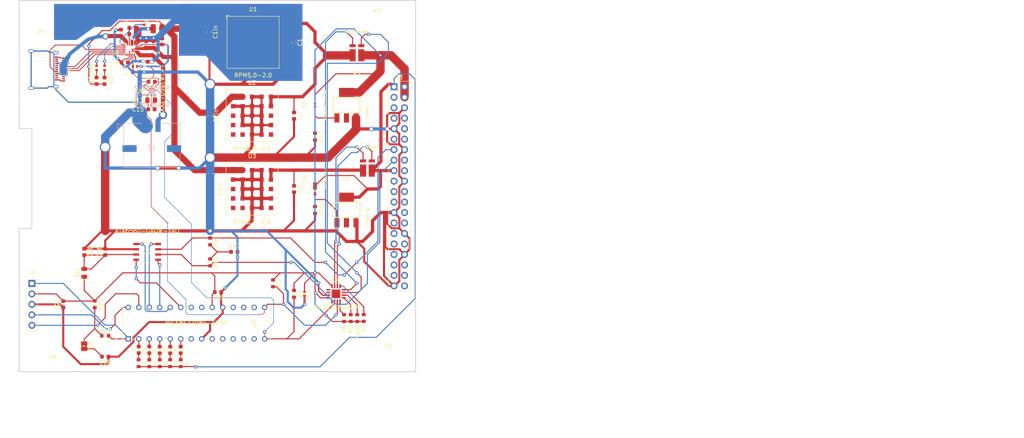
<source format=kicad_pcb>
(kicad_pcb (version 20211014) (generator pcbnew)
  (layers (0 "F.Cu" signal) (31 "B.Cu" signal) (34 "B.Paste" user) (35 "F.Paste" user) (36 "B.SilkS" user "B.Silkscreen") (37 "F.SilkS" user "F.Silkscreen") (38 "B.Mask" user) (39 "F.Mask" user) (44 "Edge.Cuts" user))
  (net 0 "")
  (net 1 "Net-(C1-Pad1)")
  (net 2 "GND")
  (net 3 "Net-(C3-Pad1)")
  (net 4 "/ColoradoCUBE_Payload/5V")
  (net 5 "Net-(C5-Pad1)")
  (net 6 "GNDPWR")
  (net 7 "Net-(C6-Pad1)")
  (net 8 "Net-(C7-Pad1)")
  (net 9 "/charge schem/V_BAT")
  (net 10 "Net-(C9-Pad1)")
  (net 11 "Net-(C9-Pad2)")
  (net 12 "/charge schem/SYSPOWER")
  (net 13 "Net-(C11-Pad1)")
  (net 14 "Net-(C15-Pad1)")
  (net 15 "/ColoradoCUBE_Payload/CAN_Transceiver/PWR")
  (net 16 "Net-(C17-Pad1)")
  (net 17 "Net-(C18-Pad2)")
  (net 19 "Net-(D1-Pad1)")
  (net 20 "Net-(D2-Pad1)")
  (net 21 "/ColoradoCUBE_Payload/3.3V")
  (net 22 "Net-(D4-Pad2)")
  (net 23 "Net-(D5-Pad1)")
  (net 24 "/ColoradoCUBE_Payload/LED_1")
  (net 25 "Net-(D6-Pad1)")
  (net 26 "/ColoradoCUBE_Payload/LED_2")
  (net 27 "Net-(D7-Pad1)")
  (net 28 "/ColoradoCUBE_Payload/LED_3")
  (net 29 "Net-(D8-Pad1)")
  (net 30 "/ColoradoCUBE_Payload/LED_4")
  (net 31 "Net-(D9-Pad1)")
  (net 32 "/ColoradoCUBE_Payload/LED_5")
  (net 35 "Net-(J1-PadA5)")
  (net 36 "Net-(J1-PadA6)")
  (net 37 "Net-(J1-PadA7)")
  (net 43 "Net-(J1-PadB5)")
  (net 52 "/Interboard_connector/SPARE_1")
  (net 57 "/ColoradoCUBE_Payload/CANH")
  (net 58 "/ColoradoCUBE_Payload/CANL")
  (net 62 "/Interboard_connector/5V0_3")
  (net 64 "/Interboard_connector/5V0_4")
  (net 74 "/Interboard_connector/5V0_5")
  (net 78 "/ColoradoCUBE_Payload/MCLR")
  (net 79 "/ColoradoCUBE_Payload/ICSPD")
  (net 80 "/ColoradoCUBE_Payload/ICSPC")
  (net 81 "Net-(JP1-Pad1)")
  (net 82 "Net-(R1-Pad2)")
  (net 83 "Net-(R1-Pad3)")
  (net 84 "Net-(R2-Pad2)")
  (net 85 "Net-(R2-Pad3)")
  (net 86 "/converterschematic/CRT")
  (net 87 "/converterschematic/WRN")
  (net 88 "/converterschematic/TC")
  (net 89 "Net-(R8-Pad2)")
  (net 90 "Net-(R9-Pad1)")
  (net 91 "Net-(R10-Pad2)")
  (net 92 "Net-(R11-Pad2)")
  (net 93 "/converterschematic/PV")
  (net 114 "/converterschematic/A0")
  (net 117 "/ColoradoCUBE_Payload/CAN_Transceiver/CAN_TX")
  (net 118 "/ColoradoCUBE_Payload/CAN_Transceiver/CAN_RX")
  (net 119 "/ColoradoCUBE_Payload/CAN_Transceiver/NSIL")
  (net 120 "/ColoradoCUBE_Payload/CAN_Transceiver/STBY")
  (net 124 "ALRT")
  (net 133 "/ColoradoCUBE_Payload/SCL_RC3")
  (net 134 "/ColoradoCUBE_Payload/SDA_RC4")
  (net 135 "Net-(D3-Pad2)")
  (footprint "Resistor_SMD:R_0402_1005Metric" (layer "F.Cu") (at 66.296 70.612)
    (fp_text reference "R9")
    (fp_text value "24.9k")
  )
  (footprint "Capacitor_SMD:C_0603_1608Metric" (layer "F.Cu") (at 58.42 142.24 180)
    (fp_text reference "C18")
    (fp_text value "0.1uF")
  )
  (footprint "Connector_USB:USB_C_Receptacle_Amphenol_12401610E4-2A" (layer "F.Cu") (at 43.3324 72.644 -90)
    (fp_text reference "J1")
    (fp_text value "USB_C_Receptacle")
  )
  (footprint "Converter_DCDC:Converter_DCDC_RECOM_RPMx.x-x.0" (layer "F.Cu") (at 93.98 83.82)
    (fp_text reference "U2")
    (fp_text value "RPM5.0-2.0")
  )
  (footprint "Capacitor_SMD:C_0603_1608Metric" (layer "F.Cu") (at 104.14 66.04 -90)
    (fp_text reference "C1")
    (fp_text value "20μF")
  )
  (footprint "PD3z284:PD3Z284C3V6-7" (layer "F.Cu") (at 109.22 101.6 -90)
    (fp_text reference "D4")
    (fp_text value "PD3Z284C3V6-7")
  )
  (footprint "Resistor_SMD:R_0603_1608Metric" (layer "F.Cu") (at 74.14 143.82 -90)
    (fp_text reference "R22")
    (fp_text value "330")
  )
  (footprint "LED_SMD:LED_0603_1608Metric" (layer "F.Cu") (at 69.09 140.58 90)
    (fp_text reference "D6")
    (fp_text value "GREEN")
  )
  (footprint "Capacitor_SMD:C_0603_1608Metric" (layer "F.Cu") (at 68.6308 69.9646 -90)
    (fp_text reference "C8")
    (fp_text value "10uF")
  )
  (footprint "Package_DFN_QFN:Texas_RGV_S-PVQFN-N16_EP2.1x2.1mm" (layer "F.Cu") (at 114.3 127)
    (fp_text reference "U4")
    (fp_text value "INA3221AIRGVR")
  )
  (footprint "ata6560:ATA6560-GAQW-VAO" (layer "F.Cu") (at 68.58 116.84)
    (fp_text reference "U7")
    (fp_text value "ATA6560-GAQW-VAO")
  )
  (footprint "Capacitor_SMD:C_0603_1608Metric" (layer "F.Cu") (at 65.037 62.5348)
    (fp_text reference "C13")
    (fp_text value "22uF")
  )
  (footprint "Connector_PinSocket_2.54mm:PinSocket_1x05_P2.54mm_Vertical" (layer "F.Cu") (at 40.665 124.49)
    (fp_text reference "J4")
    (fp_text value "Conn_01x05_Female")
  )
  (footprint "Capacitor_SMD:C_0603_1608Metric" (layer "F.Cu") (at 104.14 101.6 -90)
    (fp_text reference "C3")
    (fp_text value "20μF")
  )
  (footprint "Converter_DCDC:Converter_DCDC_RECOM_RPMx.x-x.0" (layer "F.Cu") (at 94.23 66.04)
    (fp_text reference "U1")
    (fp_text value "RPM5.0-2.0")
  )
  (footprint "Resistor_SMD:R_0603_1608Metric" (layer "F.Cu") (at 116.2558 132.8928 90)
    (fp_text reference "R6")
    (fp_text value "10kΩ")
  )
  (footprint "Capacitor_SMD:C_0603_1608Metric" (layer "F.Cu") (at 62.23 63.754 90)
    (fp_text reference "C5")
    (fp_text value "2.2uF")
  )
  (footprint "Resistor_SMD:R_0402_1005Metric" (layer "F.Cu") (at 58.2676 72.2376 90)
    (fp_text reference "R10")
    (fp_text value "1k")
  )
  (footprint "Capacitor_SMD:C_0603_1608Metric" (layer "F.Cu") (at 69.596 82.2706 180)
    (fp_text reference "C15")
    (fp_text value "0.47uF")
  )
  (footprint "Resistor_SMD:R_0603_1608Metric" (layer "F.Cu") (at 109.22 88.9 -90)
    (fp_text reference "R17")
    (fp_text value "1k")
  )
  (footprint "MountingHole:MountingHole_3mm" (layer "F.Cu") (at 121.442 141.73)
    (fp_text reference "H3")
    (fp_text value "3mm_Mounting_Hole")
  )
  (footprint "Capacitor_SMD:C_0603_1608Metric" (layer "F.Cu") (at 48.26 129.54 90)
    (fp_text reference "C21")
    (fp_text value "0.1uF")
  )
  (footprint "Resistor_SMD:R_0603_1608Metric" (layer "F.Cu") (at 69.1 143.83 -90)
    (fp_text reference "R20")
    (fp_text value "330")
  )
  (footprint "Resistor_SMD:R_0603_1608Metric" (layer "F.Cu") (at 58.42 137.16)
    (fp_text reference "R16")
    (fp_text value "200")
  )
  (footprint "LED_SMD:LED_0603_1608Metric" (layer "F.Cu") (at 58.2676 75.3872 -90)
    (fp_text reference "D2")
    (fp_text value "LED")
  )
  (footprint "LED_SMD:LED_0603_1608Metric" (layer "F.Cu") (at 76.71 140.6 90)
    (fp_text reference "D9")
    (fp_text value "YELLOW")
  )
  (footprint "Resistor_SMD:R_0603_1608Metric" (layer "F.Cu") (at 117.8814 132.8928 90)
    (fp_text reference "R5")
    (fp_text value "10kΩ")
  )
  (footprint "Resistor_SMD:R_0603_1608Metric" (layer "F.Cu") (at 55.88 129.54 -90)
    (fp_text reference "R15")
    (fp_text value "10k")
  )
  (footprint "Resistor_SMD:R_0603_1608Metric" (layer "F.Cu") (at 66.5 143.82 -90)
    (fp_text reference "R19")
    (fp_text value "330")
  )
  (footprint "hg3-08:BZX884B5V1L-HG3-08" (layer "F.Cu") (at 109.22 81.28 -90)
    (fp_text reference "D3")
    (fp_text value "BZX884B5V1L-HG3-08")
  )
  (footprint "Resistor_SMD:R_0603_1608Metric" (layer "F.Cu") (at 76.71 143.82 -90)
    (fp_text reference "R23")
    (fp_text value "330")
  )
  (footprint "Resistor_SMD:R_0805_2012Metric" (layer "F.Cu") (at 69.5452 80.1116)
    (fp_text reference "R12")
    (fp_text value "0.010")
  )
  (footprint "Connector_PinHeader_2.54mm:PinHeader_2x20_P2.54mm_Vertical" (layer "F.Cu") (at 128.362 76.825)
    (fp_text reference "J3")
    (fp_text value "Conn_02x20_Odd_Even")
  )
  (footprint "Converter_DCDC:Converter_DCDC_RECOM_RPMx.x-x.0" (layer "F.Cu") (at 93.98 101.6)
    (fp_text reference "U3")
    (fp_text value "RPM3.3-2.0")
  )
  (footprint "Resistor_SMD:R_0603_1608Metric" (layer "F.Cu") (at 121.031 132.8674 90)
    (fp_text reference "R7")
    (fp_text value "10kΩ")
  )
  (footprint "Capacitor_SMD:C_0603_1608Metric" (layer "F.Cu") (at 68.326 66.548 90)
    (fp_text reference "C12")
    (fp_text value "10uF")
  )
  (footprint "max17055:MAX17055EWL_plus_T" (layer "F.Cu") (at 69.6976 77.724 -90)
    (fp_text reference "U6")
    (fp_text value "MAX17055EWL+T")
  )
  (footprint "pic18f27:PIC18F27Q84-E&slash_SP" (layer "F.Cu") (at 64.008 137.922 90)
    (fp_text reference "U8")
    (fp_text value "PIC18F27Q84-E/SP")
  )
  (footprint "Resistor_SMD:R_0603_1608Metric" (layer "F.Cu") (at 83.82 119.38 -90)
    (fp_text reference "R14")
    (fp_text value "60")
  )
  (footprint "max77757:IC_MAX77757JEFG435+" (layer "F.Cu") (at 64.516 67.564)
    (fp_text reference "U5")
    (fp_text value "MAX77757JEFG435+")
  )
  (footprint "MountingHole:MountingHole_3mm" (layer "F.Cu") (at 41.742 60.03)
    (fp_text reference "H1")
    (fp_text value "3mm_Mounting_Hole")
  )
  (footprint "Capacitor_SMD:C_0603_1608Metric" (layer "F.Cu") (at 89.675 116.84)
    (fp_text reference "C17")
    (fp_text value "4.7nF")
  )
  (footprint "Resistor_SMD:R_0603_1608Metric" (layer "F.Cu") (at 65.9384 73.2536)
    (fp_text reference "TH1")
    (fp_text value "10k")
  )
  (footprint "Resistor_SMD:R_0603_1608Metric" (layer "F.Cu") (at 104.14 127 -90)
    (fp_text reference "R4")
    (fp_text value "10kΩ")
  )
  (footprint "MountingHole:MountingHole_3mm" (layer "F.Cu") (at 41.742 141.73)
    (fp_text reference "H4")
    (fp_text value "3mm_Mounting_Hole")
  )
  (footprint "Capacitor_SMD:C_0402_1005Metric" (layer "F.Cu") (at 67.89 62.25 -90)
    (fp_text reference "C9")
    (fp_text value "0.1uF")
  )
  (footprint "Capacitor_SMD:C_0603_1608Metric" (layer "F.Cu") (at 83.6676 63.5508 -90)
    (fp_text reference "C1in")
    (fp_text value "20μF")
  )
  (footprint "Resistor_SMD:R_0603_1608Metric" (layer "F.Cu") (at 109.22 106.68 -90)
    (fp_text reference "R18")
    (fp_text value "1k")
  )
  (footprint "Resistor_SMD:R_0402_1005Metric" (layer "F.Cu") (at 65.6336 71.882 180)
    (fp_text reference "R11")
    (fp_text value "10k")
  )
  (footprint "Capacitor_SMD:C_0603_1608Metric" (layer "F.Cu") (at 70.104 66.548 90)
    (fp_text reference "C10")
    (fp_text value "10uF")
  )
  (footprint "Resistor_SMD:R_0402_1005Metric" (layer "F.Cu") (at 56.3372 72.2376 90)
    (fp_text reference "R8")
    (fp_text value "1k")
  )
  (footprint "Capacitor_SMD:C_0603_1608Metric" (layer "F.Cu") (at 65.037 64.0588)
    (fp_text reference "C11")
    (fp_text value "10uF")
  )
  (footprint "Resistor_SMD:R_0603_1608Metric" (layer "F.Cu") (at 99.06 124.46 -90)
    (fp_text reference "R3")
    (fp_text value "10kΩ")
  )
  (footprint "Capacitor_SMD:C_0603_1608Metric" (layer "F.Cu") (at 83.82 83.8708 -90)
    (fp_text reference "C2in")
    (fp_text value "20μF")
  )
  (footprint "MountingHole:MountingHole_3mm" (layer "F.Cu") (at 121.442 60.03)
    (fp_text reference "H2")
    (fp_text value "3mm_Mounting_Hole")
  )
  (footprint "psf4nt:PSF4NTEBL500F" (layer "F.Cu") (at 121.92 96.52)
    (fp_text reference "R1")
    (fp_text value "PSF4NTEBL500F")
  )
  (footprint "Jumper:SolderJumper-2_P1.3mm_Bridged2Bar_Pad1.0x1.5mm" (layer "F.Cu") (at 53.34 139.7 -90)
    (fp_text reference "JP1")
    (fp_text value "SolderJumper_2_Open")
  )
  (footprint "Resistor_SMD:R_0603_1608Metric" (layer "F.Cu") (at 119.4562 132.8928 90)
    (fp_text reference "Rpu1")
    (fp_text value "10kΩ")
  )
  (footprint "Capacitor_SMD:C_0603_1608Metric" (layer "F.Cu") (at 58.42 116.84 90)
    (fp_text reference "C16")
    (fp_text value "100nF")
  )
  (footprint "psf4nt:PSF4NTEBL500F" (layer "F.Cu") (at 119.38 68.58)
    (fp_text reference "R2")
    (fp_text value "PSF4NTEBL500F")
  )
  (footprint "LED_SMD:LED_0603_1608Metric" (layer "F.Cu") (at 66.55 140.58 90)
    (fp_text reference "D5")
    (fp_text value "RED")
  )
  (footprint "Capacitor_SMD:C_0603_1608Metric" (layer "F.Cu") (at 53.34 116.84 -90)
    (fp_text reference "C20")
    (fp_text value "22uF")
  )
  (footprint "Capacitor_SMD:C_0603_1608Metric" (layer "F.Cu") (at 63.1314 70.9168 180)
    (fp_text reference "C6")
    (fp_text value "2.2uF")
  )
  (footprint "Capacitor_SMD:C_0603_1608Metric" (layer "F.Cu") (at 85.73 126.6 180)
    (fp_text reference "C19")
    (fp_text value "0.1uF")
  )
  (footprint "LED_SMD:LED_0603_1608Metric" (layer "F.Cu") (at 71.63 140.61 90)
    (fp_text reference "D7")
    (fp_text value "YELLOW")
  )
  (footprint "Capacitor_SMD:C_0402_1005Metric" (layer "F.Cu") (at 106.68 127 -90)
    (fp_text reference "C4")
    (fp_text value "0.1μF")
  )
  (footprint "fzt:SOT230P700X180-4N" (layer "F.Cu") (at 116.84 106.68)
    (fp_text reference "Q2")
    (fp_text value "FZT688BTA")
  )
  (footprint "fzt:SOT230P700X180-4N" (layer "F.Cu") (at 116.84 81.28)
    (fp_text reference "Q1")
    (fp_text value "FZT688BTA")
  )
  (footprint "Resistor_SMD:R_0603_1608Metric" (layer "F.Cu") (at 71.64 143.83 -90)
    (fp_text reference "R21")
    (fp_text value "330")
  )
  (footprint "Capacitor_SMD:C_0603_1608Metric" (layer "F.Cu") (at 83.8708 97.8408 -90)
    (fp_text reference "C3in")
    (fp_text value "20μF")
  )
  (footprint "LED_SMD:LED_0603_1608Metric" (layer "F.Cu") (at 56.3372 75.3617 -90)
    (fp_text reference "D1")
    (fp_text value "LED")
  )
  (footprint "Capacitor_SMD:C_0603_1608Metric" (layer "F.Cu") (at 69.6722 75.5904 180)
    (fp_text reference "C14")
    (fp_text value "0.1uF")
  )
  (footprint "Capacitor_SMD:C_0603_1608Metric" (layer "F.Cu") (at 104.14 83.82 -90)
    (fp_text reference "C2")
    (fp_text value "20μF")
  )
  (footprint "Inductor_SMD:L_1008_2520Metric" (layer "F.Cu") (at 71.12 62.738)
    (fp_text reference "L1")
    (fp_text value ".47uH")
  )
  (footprint "LED_SMD:LED_0603_1608Metric" (layer "F.Cu") (at 74.16 140.62 90)
    (fp_text reference "D8")
    (fp_text value "YELLOW")
  )
  (footprint "Resistor_SMD:R_0603_1608Metric" (layer "F.Cu") (at 83.82 114.3 -90)
    (fp_text reference "R13")
    (fp_text value "60")
  )
  (footprint "Diode_SMD:D_0805_2012Metric" (layer "F.Cu") (at 53.34 121.92 90)
    (fp_text reference "Din")
    (fp_text value "DIODE")
  )
  (footprint "Capacitor_SMD:C_0603_1608Metric" (layer "F.Cu") (at 72.136 65.786 90)
    (fp_text reference "C7")
    (fp_text value "2.2uF")
  )
  (footprint "molex connector:436500212" (layer "B.Cu") (at 69.6976 91.44 180)
    (fp_text reference "J2")
    (fp_text value "436500212")
  )
  (gr_line (start 40.64 86.95) (end 40.64 111.17) (layer "Edge.Cuts") (width 0.2))
  (gr_line (start 37.592 86.95) (end 37.592 55.88) (layer "Edge.Cuts") (width 0.2))
  (gr_line (start 133.592 55.88) (end 133.592 145.88) (layer "Edge.Cuts") (width 0.2))
  (gr_line (start 37.592 145.88) (end 133.592 145.88) (layer "Edge.Cuts") (width 0.2))
  (gr_line locked (start 37.592 145.88) (end 37.592 111.17) (layer "Edge.Cuts") (width 0.2))
  (gr_line (start 37.592 111.17) (end 40.64 111.17) (layer "Edge.Cuts") (width 0.2))
  (gr_line (start 37.592 86.95) (end 40.64 86.95) (layer "Edge.Cuts") (width 0.2))
  (gr_line (start 37.592 55.88) (end 133.592 55.88) (layer "Edge.Cuts") (width 0.2))
  (segment (start 106.18 61.46) (end 107.18 61.46) (width 0.781437) (layer "F.Cu") (net 1))
  (segment (start 109.22 72.3392) (end 112.3696 69.1896) (width 0.781437) (layer "F.Cu") (net 1))
  (segment (start 98.56 79.24) (end 104.64 79.24) (width 0.781437) (layer "F.Cu") (net 1))
  (segment (start 104.64 79.24) (end 106.18 79.24) (width 0.781437) (layer "F.Cu") (net 1))
  (segment (start 112.0775 69.215) (end 118.0338 69.215) (width 2.03286) (layer "F.Cu") (net 1))
  (segment (start 106.18 79.24) (end 109.22 76.2) (width 0.781437) (layer "F.Cu") (net 1))
  (segment (start 109.22 63.5) (end 109.22 66.04) (width 0.781437) (layer "F.Cu") (net 1))
  (segment (start 104.14 79.74) (end 104.64 79.24) (width 0.25) (layer "F.Cu") (net 1))
  (segment (start 104.14 65.265) (end 104.14 63.5) (width 0.25) (layer "F.Cu") (net 1))
  (segment (start 98.56 81.53) (end 98.56 79.24) (width 0.781437) (layer "F.Cu") (net 1))
  (segment (start 109.22 66.04) (end 112.3696 69.1896) (width 0.781437) (layer "F.Cu") (net 1))
  (segment (start 107.18 61.46) (end 109.22 63.5) (width 0.781437) (layer "F.Cu") (net 1))
  (segment (start 104.14 83.045) (end 104.14 79.74) (width 0.25) (layer "F.Cu") (net 1))
  (segment (start 104.14 63.5) (end 106.18 61.46) (width 0.25) (layer "F.Cu") (net 1))
  (segment (start 98.81 63.75) (end 98.81 61.46) (width 0.781437) (layer "F.Cu") (net 1))
  (segment (start 109.22 76.2) (end 109.22 72.3392) (width 0.781437) (layer "F.Cu") (net 1))
  (segment (start 98.81 61.46) (end 106.18 61.46) (width 0.781437) (layer "F.Cu") (net 1))
  (segment (start 61.653054 142.24) (end 65.2526 138.640454) (width 0.5) (layer "F.Cu") (net 2))
  (segment (start 106.68 127.48) (end 106.68 129.54) (width 0.5) (layer "F.Cu") (net 2))
  (segment (start 98.56 103.89) (end 96.27 103.89) (width 0.781437) (layer "F.Cu") (net 2))
  (segment (start 125.9285 107.3115) (end 125.935 107.305) (width 0.5) (layer "F.Cu") (net 2))
  (segment (start 130.902 81.905) (end 129.727489 83.079511) (width 0.5) (layer "F.Cu") (net 2))
  (segment (start 132.1562 113.544111) (end 132.1562 116.275089) (width 0.5) (layer "F.Cu") (net 2))
  (segment (start 91.44 76.2) (end 84.91 76.2) (width 0.781437) (layer "F.Cu") (net 2))
  (segment (start 68.8972 75.5904) (end 66.7766 75.5904) (width 0.127) (layer "F.Cu") (net 2))
  (segment (start 129.5404 88.1634) (end 128.362 86.985) (width 0.5) (layer "F.Cu") (net 2))
  (segment (start 93.98 88.4) (end 93.98 91.44) (width 0.781437) (layer "F.Cu") (net 2))
  (segment (start 93.98 86.11) (end 96.27 86.11) (width 0.5) (layer "F.Cu") (net 2))
  (segment (start 128.362 107.305) (end 129.536511 106.130489) (width 0.5) (layer "F.Cu") (net 2))
  (segment (start 58.87 144.05) (end 59.195 143.725) (width 0.5) (layer "F.Cu") (net 2))
  (segment (start 130.902 92.065) (end 129.536511 90.699511) (width 0.5) (layer "F.Cu") (net 2))
  (segment (start 91.94 68.33) (end 94.23 68.33) (width 0.5) (layer "F.Cu") (net 2))
  (segment (start 91.69 101.6) (end 93.98 101.6) (width 0.781437) (layer "F.Cu") (net 2))
  (segment (start 93.98 86.11) (end 93.98 88.4) (width 0.781437) (layer "F.Cu") (net 2))
  (segment (start 104.14 109.22) (end 101.6 111.76) (width 0.5) (layer "F.Cu") (net 2))
  (segment (start 96.52 66.04) (end 96.52 63.75) (width 0.781437) (layer "F.Cu") (net 2))
  (segment (start 129.6162 90.7034) (end 129.6162 88.1634) (width 0.5) (layer "F.Cu") (net 2))
  (segment (start 40.665 129.57) (end 47.515 129.57) (width 0.5) (layer "F.Cu") (net 2))
  (segment (start 48.26 130.315) (end 48.26 139.82) (width 0.5) (layer "F.Cu") (net 2))
  (segment (start 60.75 111.76) (end 61.48 111.76) (width 0.5) (layer "F.Cu") (net 2))
  (segment (start 129.644655 101.012744) (end 131.010144 99.647255) (width 0.5) (layer "F.Cu") (net 2))
  (segment (start 110.094549 125.441515) (end 110.094549 126.325149) (width 0.34) (layer "F.Cu") (net 2))
  (segment (start 53.34 116.065) (end 57.645 111.76) (width 0.5) (layer "F.Cu") (net 2))
  (segment (start 104.14 88.9) (end 99.06 93.98) (width 0.5) (layer "F.Cu") (net 2))
  (segment (start 93.98 81.53) (end 91.69 81.53) (width 0.5) (layer "F.Cu") (net 2))
  (segment (start 93.98 81.53) (end 96.27 81.53) (width 0.5) (layer "F.Cu") (net 2))
  (segment (start 104.14 66.815) (end 104.14 71.12) (width 0.5) (layer "F.Cu") (net 2))
  (segment (start 104.14 102.375) (end 104.14 109.22) (width 0.5) (layer "F.Cu") (net 2))
  (segment (start 126.235 107.305) (end 125.935 107.305) (width 0.781437) (layer "F.Cu") (net 2))
  (segment (start 61.38 69.98) (end 61.4196 69.98) (width 0.5) (layer "F.Cu") (net 2))
  (segment (start 101.6 111.76) (end 91.44 111.76) (width 0.781437) (layer "F.Cu") (net 2))
  (segment (start 68.63 78.77) (end 68.6516 78.77) (width 0.146) (layer "F.Cu") (net 2))
  (segment (start 96.27 101.6) (end 96.27 99.31) (width 0.781437) (layer "F.Cu") (net 2))
  (segment (start 84.91 76.2) (end 83.82 76.2) (width 0.781437) (layer "F.Cu") (net 2))
  (segment (start 93.98 106.18) (end 96.27 106.18) (width 0.5) (layer "F.Cu") (net 2))
  (segment (start 94.23 70.62) (end 94.23 73.41) (width 0.781437) (layer "F.Cu") (net 2))
  (segment (start 83.82 98.6666) (end 83.8708 98.6158) (width 0.5) (layer "F.Cu") (net 2))
  (segment (start 58.42 114.09) (end 60.75 111.76) (width 0.5) (layer "F.Cu") (net 2))
  (segment (start 62.34488 70.87812) (end 63.1444 70.0786) (width 0.2) (layer "F.Cu") (net 2))
  (segment (start 57.645 111.76) (end 58.42 111.76) (width 0.5) (layer "F.Cu") (net 2))
  (segment (start 62.3564 71.1164) (end 63.12 71.88) (width 0.5) (layer "F.Cu") (net 2))
  (segment (start 126.235 107.305) (end 126.23 107.31) (width 0.781437) (layer "F.Cu") (net 2))
  (segment (start 86.505 129.939) (end 86.868 130.302) (width 0.5) (layer "F.Cu") (net 2))
  (segment (start 112.37 93.98) (end 106.68 93.98) (width 2.03286) (layer "F.Cu") (net 2))
  (segment (start 129.727489 98.510489) (end 130.902 99.685) (width 0.5) (layer "F.Cu") (net 2))
  (segment (start 129.7327 116.205) (end 126.8128 116.205) (width 0.5) (layer "F.Cu") (net 2))
  (segment (start 127.4064 90.7796) (end 129.583105 90.7796) (width 0.5) (layer "F.Cu") (net 2))
  (segment (start 91.44 93.98) (end 83.82 93.98) (width 2.03286) (layer "F.Cu") (net 2))
  (segment (start 83.82 111.76) (end 91.44 111.76) (width 0.781437) (layer "F.Cu") (net 2))
  (segment (start 93.98 97.02) (end 93.98 99.31) (width 0.781437) (layer "F.Cu") (net 2))
  (segment (start 99.06 93.98) (end 91.44 93.98) (width 2.03286) (layer "F.Cu") (net 2))
  (segment (start 96.27 81.53) (end 96.27 83.82) (width 0.781437) (layer "F.Cu") (net 2))
  (segment (start 128.362 107.305) (end 126.685 107.305) (width 0.781437) (layer "F.Cu") (net 2))
  (segment (start 65.2526 137.647748) (end 69.040348 133.86) (width 0.5) (layer "F.Cu") (net 2))
  (segment (start 96.27 103.89) (end 96.27 101.6) (width 0.781437) (layer "F.Cu") (net 2))
  (segment (start 68.6308 80.1116) (end 68.6308 78.7908) (width 0.127) (layer "F.Cu") (net 2))
  (segment (start 126.8128 116.205) (end 126.246 115.6382) (width 0.5) (layer "F.Cu") (net 2))
  (segment (start 96.52 66.04) (end 96.52 68.33) (width 0.781437) (layer "F.Cu") (net 2))
  (segment (start 93.98 79.24) (end 96.27 79.24) (width 0.781437) (layer "F.Cu") (net 2))
  (segment (start 87.49 125.6) (end 87.49 125.615) (width 0.25) (layer "F.Cu") (net 2))
  (segment (start 61.06 63.05) (end 62.159 63.05) (width 0.5) (layer "F.Cu") (net 2))
  (segment (start 58.42 116.065) (end 53.34 116.065) (width 0.5) (layer "F.Cu") (net 2))
  (segment (start 62.3564 70.9168) (end 62.3564 71.1164) (width 0.5) (layer "F.Cu") (net 2))
  (segment (start 126.665 109.80901) (end 126.665 107.325) (width 0.5) (layer "F.Cu") (net 2))
  (segment (start 47.6826 75.394) (end 47.4326 75.144) (width 0.25) (layer "F.Cu") (net 2))
  (segment (start 126.685 107.305) (end 126.235 107.305) (width 0.781437) (layer "F.Cu") (net 2))
  (segment (start 46.184 69.644) (end 45.97 69.43) (width 0.2) (layer "F.Cu") (net 2))
  (segment (start 93.98 103.89) (end 96.27 103.89) (width 0.781437) (layer "F.Cu") (net 2))
  (segment (start 83.82 93.98) (end 83.82 84.7982) (width 0.5) (layer "F.Cu") (net 2))
  (segment (start 94.23 63.75) (end 94.23 66.04) (width 0.5) (layer "F.Cu") (net 2))
  (segment (start 83.82 133.86) (end 84.74 133.86) (width 0.5) (layer "F.Cu") (net 2))
  (segment (start 93.98 88.4) (end 96.27 88.4) (width 0.5) (layer "F.Cu") (net 2))
  (segment (start 69.040348 133.86) (end 83.82 133.86) (width 0.5) (layer "F.Cu") (net 2))
  (segment (start 128.362 125.085) (end 127.055 125.085) (width 0.5) (layer "F.Cu") (net 2))
  (segment (start 87.49 125.615) (end 86.505 126.6) (width 0.5) (layer "F.Cu") (net 2))
  (segment (start 110.094549 126.325149) (end 111.0234 127.254) (width 0.34) (layer "F.Cu") (net 2))
  (segment (start 129.6416 123.9012) (end 129.6416 118.8212) (width 0.5) (layer "F.Cu") (net 2))
  (segment (start 90.45 118.12) (end 90.46 118.13) (width 0.25) (layer "F.Cu") (net 2))
  (segment (start 83.82 135.89) (end 83.82 133.86) (width 0.5) (layer "F.Cu") (net 2))
  (segment (start 91.69 99.31) (end 93.98 99.31) (width 0.781437) (layer "F.Cu") (net 2))
  (segment (start 126.745 86.985) (end 126.69 87.04) (width 0.5) (layer "F.Cu") (net 2))
  (segment (start 127.2794 83.185) (end 126.69 83.7744) (width 0.5) (layer "F.Cu") (net 2))
  (segment (start 119.38 114.3) (end 119.38 109.22) (width 0.781437) (layer "F.Cu") (net 2))
  (segment (start 70.4577 78.4841) (end 70.4577 80.1116) (width 0.127) (layer "F.Cu") (net 2))
  (segment (start 93.98 83.82) (end 96.27 83.82) (width 0.5) (layer "F.Cu") (net 2))
  (segment (start 119.31 87.04) (end 119.1514 87.1986) (width 0.5) (layer "F.Cu") (net 2))
  (segment (start 104.14 71.12) (end 99.06 76.2) (width 0.781437) (layer "F.Cu") (net 2))
  (segment (start 123.15 111.91) (end 120.76 114.3) (width 0.781437) (layer "F.Cu") (net 2))
  (segment (start 99.06 76.2) (end 91.44 76.2) (width 0.781437) (layer "F.Cu") (net 2))
  (segment (start 121.15 116.07) (end 119.38 114.3) (width 0.5) (layer "F.Cu") (net 2))
  (segment (start 89.65 63.75) (end 91.94 63.75) (width 0.781437) (layer "F.Cu") (net 2))
  (segment (start 47.548961 69.854479) (end 47.338482 69.644) (width 0.2) (layer "F.Cu") (net 2))
  (segment (start 101.6 111.76) (end 106.68 111.76) (width 0.781437) (layer "F.Cu") (net 2))
  (segment (start 130.902 92.065) (end 129.727489 90.890489) (width 0.5) (layer "F.Cu") (net 2))
  (segment (start 94.23 63.75) (end 96.52 63.75) (width 0.5) (layer "F.Cu") (net 2))
  (segment (start 119.1514 87.1986) (end 118.96 87.39) (width 0.5) (layer "F.Cu") (net 2))
  (segment (start 116.84 114.3) (end 119.38 114.3) (width 0.781437) (layer "F.Cu") (net 2))
  (segment (start 128.362 125.085) (end 125.9285 122.6515) (width 0.5) (layer "F.Cu") (net 2))
  (segment (start 126.23 107.31) (end 126.23 115.6222) (width 0.5) (layer "F.Cu") (net 2))
  (segment (start 83.6676 76.0476) (end 83.82 76.2) (width 0.5) (layer "F.Cu") (net 2))
  (segment (start 48.26 139.82) (end 52.49 144.05) (width 0.5) (layer "F.Cu") (net 2))
  (segment (start 91.69 99.31) (end 91.69 101.6) (width 0.781437) (layer "F.Cu") (net 2))
  (segment (start 64.3128 69.6214) (end 63.8556 70.0786) (width 0.2) (layer "F.Cu") (net 2))
  (segment (start 106.68 111.76) (end 109.22 109.22) (width 0.5) (layer "F.Cu") (net 2))
  (segment (start 66.7775 78.7889) (end 66.7634 78.803) (width 0.2) (layer "F.Cu") (net 2))
  (segment (start 59.195 143.725) (end 59.195 142.24) (width 0.5) (layer "F.Cu") (net 2))
  (segment (start 126.69 90.0632) (end 127.4064 90.7796) (width 0.5) (layer "F.Cu") (net 2))
  (segment (start 68.6327 80.1116) (end 68.58 80.1116) (width 0.25) (layer "F.Cu") (net 2))
  (segment (start 93.98 83.82) (end 93.98 86.11) (width 0.5) (layer "F.Cu") (net 2))
  (segment (start 46.6524 75.144) (end 45.996 75.144) (width 0.25) (layer "F.Cu") (net 2))
  (segment (start 130.902 81.905) (end 129.536511 83.270489) (width 0.5) (layer "F.Cu") (net 2))
  (segment (start 84.74 133.86) (end 86.868 131.732) (width 0.5) (layer "F.Cu") (net 2))
  (segment (start 86.505 126.6) (end 86.505 129.939) (width 0.5) (layer "F.Cu") (net 2))
  (segment (start 91.94 66.04) (end 91.94 68.33) (width 0.781437) (layer "F.Cu") (net 2))
  (segment (start 118.96 87.39) (end 112.37 93.98) (width 2.03286) (layer "F.Cu") (net 2))
  (segment (start 129.633905 83.185) (end 127.2794 83.185) (width 0.5) (layer "F.Cu") (net 2))
  (segment (start 45.996 75.144) (end 45.98 75.16) (width 0.25) (layer "F.Cu") (net 2))
  (segment (start 91.94 66.04) (end 94.23 66.04) (width 0.781437) (layer "F.Cu") (net 2))
  (segment (start 126.69 83.7744) (end 126.69 87.04) (width 0.5) (layer "F.Cu") (net 2))
  (segment (start 93.98 101.6) (end 93.98 99.31) (width 0.5) (layer "F.Cu") (net 2))
  (segment (start 93.98 73.66) (end 91.44 76.2) (width 0.781437) (layer "F.Cu") (net 2))
  (segment (start 111.11385 127.3302) (end 112.45695 127.3302) (width 0.34) (layer "F.Cu") (net 2))
  (segment (start 93.98 81.53) (end 93.98 79.24) (width 0.5) (layer "F.Cu") (net 2))
  (segment (start 70.104 78.1304) (end 70.4577 78.4841) (width 0.127) (layer "F.Cu") (net 2))
  (segment (start 91.69 81.53) (end 91.69 83.82) (width 0.781437) (layer "F.Cu") (net 2))
  (segment (start 109.22 91.44) (end 106.68 93.98) (width 0.5) (layer "F.Cu") (net 2))
  (segment (start 62.159 63.05) (end 62.23 62.979) (width 0.5) (layer "F.Cu") (net 2))
  (segment (start 91.69 83.82) (end 91.69 86.11) (width 0.781437) (layer "F.Cu") (net 2))
  (segment (start 93.98 99.31) (end 96.27 99.31) (width 0.781437) (layer "F.Cu") (net 2))
  (segment (start 96.27 103.89) (end 96.27 106.18) (width 0.781437) (layer "F.Cu") (net 2))
  (segment (start 52.49 144.05) (end 58.87 144.05) (width 0.5) (layer "F.Cu") (net 2))
  (segment (start 119.38 109.22) (end 119.1514 109.4486) (width 0.5) (layer "F.Cu") (net 2))
  (segment (start 91.69 103.89) (end 93.98 103.89) (width 0.781437) (layer "F.Cu") (net 2))
  (segment (start 129.6416 111.2012) (end 129.6416 108.6612) (width 0.5) (layer "F.Cu") (net 2))
  (segment (start 89.4 99.31) (end 91.69 99.31) (width 0.781437) (layer "F.Cu") (net 2))
  (segment (start 129.727489 108.670489) (end 128.362 107.305) (width 0.5) (layer "F.Cu") (net 2))
  (segment locked (start 48.391921 69.854479) (end 48.3524 69.894) (width 0.2) (layer "F.Cu") (net 2))
  (segment (start 66.806 70.612) (end 67.54 70.612) (width 0.6) (layer "F.Cu") (net 2))
  (segment (start 120.76 114.3) (end 119.38 114.3) (width 0.781437) (layer "F.Cu") (net 2))
  (segment (start 127.055 125.085) (end 121.15 119.18) (width 0.5) (layer "F.Cu") (net 2))
  (segment (start 81.788 137.922) (end 83.82 135.89) (width 0.5) (layer "F.Cu") (net 2))
  (segment (start 91.69 83.82) (end 93.98 83.82) (width 0.5) (layer "F.Cu") (net 2))
  (segment (start 63.16512 70.0786) (end 63.7794 70.0786) (width 0.2) (layer "F.Cu") (net 2))
  (segment (start 58.42 116.065) (end 58.42 114.09) (width 0.5) (layer "F.Cu") (net 2))
  (segment (start 119.1514 84.3788) (end 119.1514 87.1986) (width 2.03286) (layer "F.Cu") (net 2))
  (segment (start 47.515 129.57) (end 48.26 130.315) (width 0.5) (layer "F.Cu") (net 2))
  (segment (start 129.6162 88.1634) (end 129.5404 88.1634) (width 0.5) (layer "F.Cu") (net 2))
  (segment (start 65.2526 138.640454) (end 65.2526 137.647748) (width 0.5) (layer "F.Cu") (net 2))
  (segment (start 91.69 103.89) (end 91.69 101.6) (width 0.781437) (layer "F.Cu") (net 2))
  (segment (start 130.902 112.385) (end 132.076511 113.559511) (width 0.5) (layer "F.Cu") (net 2))
  (segment (start 58.42 111.76) (end 61.48 111.76) (width 0.781437) (layer "F.Cu") (net 2))
  (segment (start 93.98 106.18) (end 93.98 109.22) (width 0.781437) (layer "F.Cu") (net 2))
  (segment (start 127.802339 111.114539) (end 126.40086 109.71306) (width 0.5) (layer "F.Cu") (net 2))
  (segment (start 119.1514 109.4486) (end 119.1514 109.7788) (width 0.5) (layer "F.Cu") (net 2))
  (segment (start 114.3 111.76) (end 116.84 114.3) (width 0.781437) (layer "F.Cu") (net 2))
  (segment (start 129.6416 83.1596) (end 129.6416 85.7054) (width 0.5) (layer "F.Cu") (net 2))
  (segment (start 129.6416 106.1212) (end 129.6416 101.0412) (width 0.5) (layer "F.Cu") (net 2))
  (segment (start 106.68 111.76) (end 114.3 111.76) (width 0.781437) (layer "F.Cu") (net 2))
  (segment (start 59.195 142.24) (end 61.653054 142.24) (width 0.5) (layer "F.Cu") (net 2))
  (segment (start 129.49921 111.125) (end 127.8382 111.125) (width 0.5) (layer "F.Cu") (net 2))
  (segment (start 125.9285 115.3207) (end 125.9285 107.3115) (width 0.5) (layer "F.Cu") (net 2))
  (segment (start 126.246 115.6382) (end 125.9285 115.3207) (width 0.5) (layer "F.Cu") (net 2))
  (segment (start 94.23 68.33) (end 96.52 68.33) (width 0.5) (layer "F.Cu") (net 2))
  (segment (start 94.23 61.46) (end 96.52 61.46) (width 0.781437) (layer "F.Cu") (net 2))
  (segment (start 65.9257 116.205) (end 58.56 116.205) (width 0.5) (layer "F.Cu") (net 2))
  (segment (start 106.68 93.98) (end 99.06 93.98) (width 2.03286) (layer "F.Cu") (net 2))
  (segment (start 109.22 109.22) (end 109.22 107.505) (width 0.5) (layer "F.Cu") (net 2))
  (segment (start 125.935 107.305) (end 125.145 107.305) (width 0.781437) (layer "F.Cu") (net 2))
  (segment (start 61.48 111.76) (end 83.82 111.76) (width 0.781437) (layer "F.Cu") (net 2))
  (segment (start 121.15 119.18) (end 121.15 116.07) (width 0.5) (layer "F.Cu") (net 2))
  (segment (start 129.644655 118.792744) (end 131.010144 117.427255) (width 0.5) (layer "F.Cu") (net 2))
  (segment (start 130.902 92.065) (end 129.727489 93.239511) (width 0.5) (layer "F.Cu") (net 2))
  (segment (start 93.98 81.53) (end 93.98 83.82) (width 0.781437) (layer "F.Cu") (net 2))
  (segment (start 48.391921 69.854479) (end 47.548961 69.854479) (width 0.2) (layer "F.Cu") (net 2))
  (segment (start 68.821 82.2706) (end 68.821 80.2999) (width 0.127) (layer "F.Cu") (net 2))
  (segment (start 94.23 73.41) (end 93.98 73.66) (width 0.5) (layer "F.Cu") (net 2))
  (segment (start 93.98 101.6) (end 93.98 103.89) (width 0.5) (layer "F.Cu") (net 2))
  (segment (start 93.98 97.02) (end 96.27 97.02) (width 0.781437) (layer "F.Cu") (net 2))
  (segment (start 47.4326 75.144) (end 46.6524 75.144) (width 0.25) (layer "F.Cu") (net 2))
  (segment (start 47.338482 69.644) (end 46.6524 69.644) (width 0.2) (layer "F.Cu") (net 2))
  (segment (start 128.467089 125.085) (end 129.6416 123.910489) (width 0.5) (layer "F.Cu") (net 2))
  (segment (start 126.665 107.325) (end 126.685 107.305) (width 0.5) (layer "F.Cu") (net 2))
  (segment (start 96.52 68.33) (end 96.52 70.62) (width 0.781437) (layer "F.Cu") (net 2))
  (segment (start 126.23 115.6222) (end 126.246 115.6382) (width 0.5) (layer "F.Cu") (net 2))
  (segment (start 129.6416 93.239511) (end 129.6416 98.510489) (width 0.5) (layer "F.Cu") (net 2))
  (segment (start 94.23 68.33) (end 94.23 70.62) (width 0.781437) (layer "F.Cu") (net 2))
  (segment (start 96.27 88.4) (end 96.27 86.11) (width 0.781437) (layer "F.Cu") (net 2))
  (segment (start 66.7634 73.2536) (end 67.8264 73.2536) (width 0.25) (layer "F.Cu") (net 2))
  (segment (start 126.69 87.04) (end 126.69 90.0632) (width 0.5) (layer "F.Cu") (net 2))
  (segment (start 125.145 107.305) (end 123.15 109.3) (width 0.781437) (layer "F.Cu") (net 2))
  (segment (start 104.14 84.595) (end 104.14 88.9) (width 0.5) (layer "F.Cu") (net 2))
  (segment (start 96.52 68.33) (end 98.81 68.33) (width 0.5) (layer "F.Cu") (net 2))
  (segment (start 96.27 79.24) (end 96.27 81.53) (width 0.5) (layer "F.Cu") (net 2))
  (segment (start 110.094549 125.441515) (end 110.094549 124.309951) (width 0.34) (layer "F.Cu") (net 2))
  (segment (start 130.902 117.465) (end 129.727489 116.290489) (width 0.5) (layer "F.Cu") (net 2))
  (segment (start 98.56 86.11) (end 96.27 86.11) (width 0.5) (layer "F.Cu") (net 2))
  (segment (start 48.3524 75.394) (end 47.6826 75.394) (width 0.25) (layer "F.Cu") (net 2))
  (segment (start 67.8264 73.2536) (end 67.84 73.24) (width 0.25) (layer "F.Cu") (net 2))
  (segment (start 93.98 103.89) (end 93.98 106.18) (width 0.781437) (layer "F.Cu") (net 2))
  (segment (start 123.15 109.3) (end 123.15 111.91) (width 0.781437) (layer "F.Cu") (net 2))
  (segment (start 89.4 81.53) (end 91.69 81.53) (width 0.781437) (layer "F.Cu") (net 2))
  (segment (start 66.7634 78.803) (end 68.597 78.803) (width 0.146) (layer "F.Cu") (net 2))
  (segment (start 125.9285 122.6515) (end 125.9285 115.3207) (width 0.5) (layer "F.Cu") (net 2))
  (segment (start 91.94 63.75) (end 94.23 63.75) (width 0.781437) (layer "F.Cu") (net 2))
  (segment (start 90.45 116.84) (end 90.45 118.12) (width 0.25) (layer "F.Cu") (net 2))
  (segment (start 122.85 87.04) (end 119.31 87.04) (width 0.781437) (layer "F.Cu") (net 2))
  (segment (start 129.6416 85.7054) (end 128.362 86.985) (width 0.5) (layer "F.Cu") (net 2))
  (segment (start 58.56 116.205) (end 58.42 116.065) (width 0.5) (layer "F.Cu") (net 2))
  (segment (start 130.902 112.385) (end 129.727489 111.210489) (width 0.5) (layer "F.Cu") (net 2))
  (segment (start 94.23 61.46) (end 94.23 63.75) (width 0.781437) (layer "F.Cu") (net 2))
  (segment (start 109.22 89.725) (end 109.22 91.44) (width 0.5) (layer "F.Cu") (net 2))
  (segment (start 96.27 97.02) (end 96.27 99.31) (width 0.781437) (layer "F.Cu") (net 2))
  (segment (start 93.98 91.44) (end 91.44 93.98) (width 0.781437) (layer "F.Cu") (net 2))
  (segment (start 91.69 86.11) (end 93.98 86.11) (width 0.781437) (layer "F.Cu") (net 2))
  (segment (start 76.2 96.52) (end 71.12 96.52) (width 0.781437) (layer "F.Cu") (net 2))
  (segment (start 93.98 101.6) (end 96.27 101.6) (width 0.5) (layer "F.Cu") (net 2))
  (segment (start 61.4196 69.98) (end 62.3564 70.9168) (width 0.5) (layer "F.Cu") (net 2))
  (segment (start 83.6676 64.3258) (end 83.6676 76.0476) (width 0.5) (layer "F.Cu") (net 2))
  (segment (start 91.94 63.75) (end 91.94 66.04) (width 0.5) (layer "F.Cu") (net 2))
  (segment (start 83.82 111.7231) (end 83.82 98.6666) (width 0.5) (layer "F.Cu") (net 2))
  (segment (start 128.362 86.985) (end 126.745 86.985) (width 0.5) (layer "F.Cu") (net 2))
  (segment (start 96.52 63.75) (end 96.52 61.46) (width 0.781437) (layer "F.Cu") (net 2))
  (segment (start 93.98 109.22) (end 91.44 111.76) (width 0.781437) (layer "F.Cu") (net 2))
  (segment (start 86.868 131.732) (end 86.868 130.302) (width 0.5) (layer "F.Cu") (net 2))
  (segment (start 68.6516 78.77) (end 69.2976 78.124) (width 0.146) (layer "F.Cu") (net 2))
  (segment (start 46.6524 69.644) (end 46.184 69.644) (width 0.2) (layer "F.Cu") (net 2))
  (segment (start 64.3128 69.0672) (end 64.3128 69.6214) (width 0.19) (layer "F.Cu") (net 2))
  (segment (start 94.23 66.04) (end 94.23 68.33) (width 0.781437) (layer "F.Cu") (net 2))
  (segment (start 96.27 83.82) (end 96.27 86.11) (width 0.781437) (layer "F.Cu") (net 2))
  (segment (start 94.23 66.04) (end 96.52 66.04) (width 0.781437) (layer "F.Cu") (net 2))
  (segment (start 83.82 84.7982) (end 83.6676 84.6458) (width 0.5) (layer "F.Cu") (net 2))
  (segment (start 111.0234 127.254) (end 111.0488 127.2794) (width 0.34) (layer "F.Cu") (net 2))
  (segment (start 132.076511 116.290489) (end 130.902 117.465) (width 0.5) (layer "F.Cu") (net 2))
  (segment (start 94.23 70.62) (end 96.52 70.62) (width 0.5) (layer "F.Cu") (net 2))
  (segment (start 58.42 111.76) (end 58.42 91.44) (width 2.03286) (layer "F.Cu") (net 2))
  (segment (start 63.8556 70.0786) (end 63.7794 70.0786) (width 0.18) (layer "F.Cu") (net 2))
  (segment (start 68.597 78.803) (end 68.63 78.77) (width 0.146) (layer "F.Cu") (net 2))
  (via (at 76.2 96.52) (size 1.1) (drill 0.781437) (layers "F.Cu" "B.Cu") (net 2))
  (via (at 122.85 87.04) (size 1.1) (drill 0.781437) (layers "F.Cu" "B.Cu") (net 2))
  (via (at 61.06 63.05) (size 0.8) (drill 0.4) (layers "F.Cu" "B.Cu") (net 2))
  (via (at 45.97 69.43) (size 0.5) (drill 0.3) (layers "F.Cu" "B.Cu") (net 2))
  (via (at 71.12 96.52) (size 1.1) (drill 0.781437) (layers "F.Cu" "B.Cu") (net 2))
  (via (at 90.46 118.13) (size 0.8) (drill 0.4) (layers "F.Cu" "B.Cu") (net 2))
  (via (at 83.82 76.2) (size 2.6) (drill 2.03286) (layers "F.Cu" "B.Cu") (net 2))
  (via (at 61.38 69.98) (size 0.8) (drill 0.4) (layers "F.Cu" "B.Cu") (net 2))
  (via (at 83.82 93.98) (size 2.6) (drill 2.03286) (layers "F.Cu" "B.Cu") (net 2))
  (via (at 110.094549 124.309951) (size 0.8) (drill 0.4) (layers "F.Cu" "B.Cu") (net 2))
  (via (at 63.12 71.88) (size 0.8) (drill 0.4) (layers "F.Cu" "B.Cu") (net 2))
  (via (at 45.98 75.16) (size 0.5) (drill 0.3) (layers "F.Cu" "B.Cu") (net 2))
  (via (at 83.82 111.76) (size 1.1) (drill 0.781437) (layers "F.Cu" "B.Cu") (net 2))
  (via (at 106.68 129.54) (size 0.8) (drill 0.4) (layers "F.Cu" "B.Cu") (net 2))
  (via (at 66.7634 78.803) (size 0.4) (drill 0.2) (layers "F.Cu" "B.Cu") (net 2))
  (via (at 66.7766 75.5904) (size 0.4) (drill 0.2) (layers "F.Cu" "B.Cu") (net 2))
  (via (at 67.84 73.24) (size 0.8) (drill 0.4) (layers "F.Cu" "B.Cu") (net 2))
  (via (at 67.54 70.612) (size 0.8) (drill 0.6) (layers "F.Cu" "B.Cu") (net 2))
  (via (at 58.42 91.44) (size 2.6) (drill 2.03286) (layers "F.Cu" "B.Cu") (net 2))
  (via (at 126.69 87.04) (size 1.1) (drill 0.781437) (layers "F.Cu" "B.Cu") (net 2))
  (via (at 87.49 125.6) (size 0.8) (drill 0.4) (layers "F.Cu" "B.Cu") (net 2))
  (via (at 68.63 78.77) (size 0.4) (drill 0.2) (layers "F.Cu" "B.Cu") (net 2))
  (via (at 70.46 78.78) (size 0.4) (drill 0.2) (layers "F.Cu" "B.Cu") (net 2))
  (segment (start 66.7634 80.5566) (end 66.7634 78.803) (width 1) (layer "B.Cu") (net 2))
  (segment (start 40.4924 77.134) (end 44.405 77.134) (width 0.3) (layer "B.Cu") (net 2))
  (segment (start 97.544598 111.76) (end 88.93 111.76) (width 0.5) (layer "B.Cu") (net 2))
  (segment (start 58.42 96.52) (end 58.42 88.9) (width 0.781437) (layer "B.Cu") (net 2))
  (segment (start 44.405 77.134) (end 44.765 76.774) (width 0.3) (layer "B.Cu") (net 2))
  (segment (start 110.094549 124.309951) (end 102.112299 116.327701) (width 0.5) (layer "B.Cu") (net 2))
  (segment (start 104.0384 130.3528) (end 105.8672 130.3528) (width 0.5) (layer "B.Cu") (net 2))
  (segment (start 102.616 126.3904) (end 102.616 128.9304) (width 0.5) (layer "B.Cu") (net 2))
  (segment (start 45.98 76.3116) (end 46.4424 76.774) (width 0.25) (layer "B.Cu") (net 2))
  (segment (start 45.98 69.44) (end 45.97 69.43) (width 0.25) (layer "B.Cu") (net 2))
  (segment (start 102.112299 116.327701) (end 102.112299 125.886699) (width 0.5) (layer "B.Cu") (net 2))
  (segment (start 49.5178 80.5566) (end 66.7634 80.5566) (width 0.3) (layer "B.Cu") (net 2))
  (segment (start 90.45 113.28) (end 90.45 122.655) (width 0.5) (layer "B.Cu") (net 2))
  (segment (start 66.8528 70.6588) (end 66.806 70.612) (width 0.5) (layer "B.Cu") (net 2))
  (segment (start 63.2968 71.882) (end 63.5508 71.882) (width 0.5) (layer "B.Cu") (net 2))
  (segment (start 66.8528 70.6628) (end 66.8528 70.6588) (width 0.5) (layer "B.Cu") (net 2))
  (segment (start 46.4424 76.774) (end 46.4424 77.4812) (width 0.3) (layer "B.Cu") (net 2))
  (segment (start 68.1844 86.32) (end 68.1976 86.32) (width 0.3) (layer "B.Cu") (net 2))
  (segment (start 58.42 91.44) (end 58.42 88.9) (width 2.03286) (layer "B.Cu") (net 2))
  (segment (start 45.98 75.16) (end 45.98 76.3116) (width 0.25) (layer "B.Cu") (net 2))
  (segment (start 105.8672 130.3528) (end 106.68 129.54) (width 0.5) (layer "B.Cu") (net 2))
  (segment (start 46.4424 77.4812) (end 49.5178 80.5566) (width 0.3) (layer "B.Cu") (net 2))
  (segment (start 64.2234 83.0966) (end 66.7634 83.0966) (width 2.03286) (layer "B.Cu") (net 2))
  (segment (start 40.4924 68.154) (end 40.4924 77.134) (width 0.3) (layer "B.Cu") (net 2))
  (segment (start 90.45 122.655) (end 90.435 122.655) (width 0.5) (layer "B.Cu") (net 2))
  (segment (start 44.9428 68.514) (end 46.4424 68.514) (width 0.3) (layer "B.Cu") (net 2))
  (segment (start 66.7634 83.0966) (end 66.7634 84.899) (width 3.55625) (layer "B.Cu") (net 2))
  (segment (start 102.616 128.9304) (end 104.0384 130.3528) (width 0.5) (layer "B.Cu") (net 2))
  (segment (start 83.82 76.2) (end 83.82 93.98) (width 2.03286) (layer "B.Cu") (net 2))
  (segment (start 80.8736 73.2536) (end 83.82 76.2) (width 0.781437) (layer "B.Cu") (net 2))
  (segment (start 126.69 87.04) (end 122.85 87.04) (width 0.781437) (layer "B.Cu") (net 2))
  (segment (start 45.97 68.9864) (end 46.4424 68.514) (width 0.25) (layer "B.Cu") (net 2))
  (segment (start 45.97 69.43) (end 45.97 68.9864) (width 0.25) (layer "B.Cu") (net 2))
  (segment (start 64.9732 70.6628) (end 66.8528 70.6628) (width 0.5) (layer "B.Cu") (net 2))
  (segment (start 60.706 69.306) (end 61.38 69.98) (width 0.5) (layer "B.Cu") (net 2))
  (segment (start 66.806 70.612) (end 67.54 70.612) (width 0.5) (layer "B.Cu") (net 2))
  (segment (start 63.5508 71.882) (end 63.754 71.882) (width 0.5) (layer "B.Cu") (net 2))
  (segment (start 66.7634 78.803) (end 66.7634 73.2658) (width 1) (layer "B.Cu") (net 2))
  (segment (start 102.112299 125.886699) (end 102.616 126.3904) (width 0.5) (layer "B.Cu") (net 2))
  (segment (start 44.765 76.774) (end 46.4424 76.774) (width 0.3) (layer "B.Cu") (net 2))
  (segment (start 63.754 71.882) (end 64.9732 70.6628) (width 0.5) (layer "B.Cu") (net 2))
  (segment (start 90.435 122.655) (end 87.49 125.6) (width 0.5) (layer "B.Cu") (net 2))
  (segment (start 83.82 93.98) (end 81.28 96.52) (width 0.781437) (layer "B.Cu") (net 2))
  (segment (start 40.4924 68.154) (end 44.5828 68.154) (width 0.3) (layer "B.Cu") (net 2))
  (segment (start 66.7634 80.5566) (end 66.7634 83.0966) (width 1) (layer "B.Cu") (net 2))
  (segment (start 44.5828 68.154) (end 44.9428 68.514) (width 0.3) (layer "B.Cu") (net 2))
  (segment (start 88.93 111.76) (end 83.82 111.76) (width 0.5) (layer "B.Cu") (net 2))
  (segment (start 83.82 93.98) (end 83.82 111.76) (width 2.03286) (layer "B.Cu") (net 2))
  (segment (start 71.12 96.52) (end 58.42 96.52) (width 0.781437) (layer "B.Cu") (net 2))
  (segment (start 60.706 63.404) (end 60.706 69.306) (width 0.5) (layer "B.Cu") (net 2))
  (segment (start 61.06 63.05) (end 60.706 63.404) (width 0.5) (layer "B.Cu") (net 2))
  (segment (start 88.93 111.76) (end 90.45 113.28) (width 0.5) (layer "B.Cu") (net 2))
  (segment (start 70.47345 78.78) (end 68.64655 78.78) (width 0.127) (layer "B.Cu") (net 2))
  (segment (start 45.98 75.16) (end 45.98 69.44) (width 0.25) (layer "B.Cu") (net 2))
  (segment (start 65.1256 73.2536) (end 66.802 73.2536) (width 0.5) (layer "B.Cu") (net 2))
  (segment (start 63.754 71.882) (end 65.1256 73.2536) (width 0.5) (layer "B.Cu") (net 2))
  (segment (start 66.7634 84.899) (end 68.1844 86.32) (width 3.55625) (layer "B.Cu") (net 2))
  (segment (start 58.42 88.9) (end 64.2234 83.0966) (width 2.03286) (layer "B.Cu") (net 2))
  (segment (start 81.28 96.52) (end 76.2 96.52) (width 0.781437) (layer "B.Cu") (net 2))
  (segment (start 66.7512 73.2536) (end 80.8228 73.2536) (width 0.781437) (layer "B.Cu") (net 2))
  (segment (start 102.112299 116.327701) (end 97.544598 111.76) (width 0.5) (layer "B.Cu") (net 2))
  (segment (start 104.14 100.825) (end 104.14 97.52) (width 0.25) (layer "F.Cu") (net 3))
  (segment (start 104.64 97.02) (end 120.7563 97.02) (width 0.781437) (layer "F.Cu") (net 3))
  (segment (start 120.7563 97.02) (end 120.8659 97.1296) (width 0.25) (layer "F.Cu") (net 3))
  (segment (start 98.56 97.02) (end 104.64 97.02) (width 0.781437) (layer "F.Cu") (net 3))
  (segment (start 98.56 99.31) (end 98.56 97.02) (width 0.781437) (layer "F.Cu") (net 3))
  (segment (start 104.14 97.52) (end 104.64 97.02) (width 0.25) (layer "F.Cu") (net 3))
  (segment (start 110.1075 121.92) (end 109.22 121.92) (width 0.25) (layer "F.Cu") (net 4))
  (segment (start 120.7008 69.1896) (end 125.3363 69.1896) (width 2.03286) (layer "F.Cu") (net 4))
  (segment (start 130.902 76.825) (end 130.902 79.365) (width 2.03286) (layer "F.Cu") (net 4))
  (segment (start 55.88 128.715) (end 62.675 121.92) (width 0.25) (layer "F.Cu") (net 4))
  (segment (start 130.902 72.482) (end 130.902 76.825) (width 2.03286) (layer "F.Cu") (net 4))
  (segment (start 109.3851 126.8349) (end 109.22 126.6698) (width 0.25) (layer "F.Cu") (net 4))
  (segment (start 116.2558 133.7178) (end 113.3978 133.7178) (width 0.25) (layer "F.Cu") (net 4))
  (segment (start 110.5252 127.975) (end 109.3851 126.8349) (width 0.25) (layer "F.Cu") (net 4))
  (segment (start 55.83 128.765) (end 55.88 128.715) (width 0.25) (layer "F.Cu") (net 4))
  (segment (start 46.525 127.03) (end 48.26 128.765) (width 0.25) (layer "F.Cu") (net 4))
  (segment (start 84.328 130.302) (end 84.328 127.227) (width 0.25) (layer "F.Cu") (net 4))
  (segment (start 106.68 121.92) (end 109.22 121.92) (width 0.25) (layer "F.Cu") (net 4))
  (segment (start 106.68 126.52) (end 106.68 124.46) (width 0.25) (layer "F.Cu") (net 4))
  (segment (start 84.955 126.6) (end 84.955 122.715) (width 0.25) (layer "F.Cu") (net 4))
  (segment (start 104.14 126.175) (end 104.14 124.46) (width 0.25) (layer "F.Cu") (net 4))
  (segment (start 121.0056 133.7178) (end 121.031 133.6924) (width 0.25) (layer "F.Cu") (net 4))
  (segment (start 99.06 123.635) (end 100.775 121.92) (width 0.25) (layer "F.Cu") (net 4))
  (segment (start 130.876 79.06) (end 130.902 79.086) (width 0.25) (layer "F.Cu") (net 4))
  (segment (start 124.46 73.66) (end 125.0696 73.0504) (width 0.25) (layer "F.Cu") (net 4))
  (segment (start 62.675 121.92) (end 84.16 121.92) (width 0.25) (layer "F.Cu") (net 4))
  (segment (start 123.2662 74.8538) (end 125.0696 73.0504) (width 2.03286) (layer "F.Cu") (net 4))
  (segment (start 130.902 79.086) (end 130.902 79.365) (width 0.25) (layer "F.Cu") (net 4))
  (segment (start 40.665 127.03) (end 46.525 127.03) (width 0.25) (layer "F.Cu") (net 4))
  (segment (start 125.0696 69.1896) (end 127.6096 69.1896) (width 2.03286) (layer "F.Cu") (net 4))
  (segment (start 115.9378 133.7178) (end 121.0056 133.7178) (width 0.25) (layer "F.Cu") (net 4))
  (segment (start 112.4375 127.975) (end 110.5252 127.975) (width 0.25) (layer "F.Cu") (net 4))
  (segment (start 109.22 126.6698) (end 109.22 121.92) (width 0.25) (layer "F.Cu") (net 4))
  (segment (start 119.939 78.181) (end 123.2662 74.8538) (width 2.03286) (layer "F.Cu") (net 4))
  (segment (start 53.34 126.175) (end 55.88 128.715) (width 0.25) (layer "F.Cu") (net 4))
  (segment (start 125.0696 73.0504) (end 125.0696 69.1896) (width 2.03286) (layer "F.Cu") (net 4))
  (segment (start 84.955 122.715) (end 84.16 121.92) (width 0.25) (layer "F.Cu") (net 4))
  (segment (start 130.876 79.339) (end 130.902 79.365) (width 0.25) (layer "F.Cu") (net 4))
  (segment (start 48.26 128.765) (end 55.83 128.765) (width 0.25) (layer "F.Cu") (net 4))
  (segment (start 104.14 124.46) (end 106.68 121.92) (width 0.25) (layer "F.Cu") (net 4))
  (segment (start 53.34 122.8575) (end 53.34 126.175) (width 0.25) (layer "F.Cu") (net 4))
  (segment (start 116.84 78.181) (end 119.939 78.181) (width 2.03286) (layer "F.Cu") (net 4))
  (segment (start 84.16 121.92) (end 100.775 121.92) (width 0.25) (layer "F.Cu") (net 4))
  (segment (start 106.68 124.46) (end 109.22 121.92) (width 0.25) (layer "F.Cu") (net 4))
  (segment (start 114.3 73.66) (end 124.46 73.66) (width 0.25) (layer "F.Cu") (net 4))
  (segment (start 123.2662 74.8538) (end 124.46 73.66) (width 2.03286) (layer "F.Cu") (net 4))
  (segment (start 130.876 79.06) (end 130.876 79.339) (width 0.25) (layer "F.Cu") (net 4))
  (segment (start 109.22 78.74) (end 114.3 73.66) (width 0.25) (layer "F.Cu") (net 4))
  (segment (start 127.6096 69.1896) (end 130.902 72.482) (width 2.03286) (layer "F.Cu") (net 4))
  (segment (start 84.328 127.227) (end 84.955 126.6) (width 0.25) (layer "F.Cu") (net 4))
  (segment (start 113.3978 133.7178) (end 111.955458 132.275458) (width 0.25) (layer "F.Cu") (net 4))
  (segment (start 113.325 125.1375) (end 110.1075 121.92) (width 0.25) (layer "F.Cu") (net 4))
  (segment (start 100.775 121.92) (end 106.68 121.92) (width 0.25) (layer "F.Cu") (net 4))
  (segment (start 109.22 80.9371) (end 109.22 78.74) (width 0.25) (layer "F.Cu") (net 4))
  (via (at 109.3851 126.8349) (size 0.8) (drill 0.4) (layers "F.Cu" "B.Cu") (net 4))
  (via (at 109.22 121.92) (size 0.8) (drill 0.4) (layers "F.Cu" "B.Cu") (net 4))
  (via (at 125.0696 69.1896) (size 0.8) (drill 0.4) (layers "F.Cu" "B.Cu") (net 4))
  (via (at 111.955458 132.275458) (size 0.8) (drill 0.4) (layers "F.Cu" "B.Cu") (net 4))
  (segment (start 109.22 127) (end 109.3851 126.8349) (width 0.25) (layer "B.Cu") (net 4))
  (segment (start 109.22 67.944283) (end 114.388794 62.775489) (width 0.25) (layer "B.Cu") (net 4))
  (segment (start 114.388794 62.775489) (end 118.655489 62.775489) (width 0.25) (layer "B.Cu") (net 4))
  (segment (start 109.22 129.54) (end 109.22 127) (width 0.25) (layer "B.Cu") (net 4))
  (segment (start 111.955458 132.275458) (end 109.22 129.54) (width 0.25) (layer "B.Cu") (net 4))
  (segment (start 118.655489 62.775489) (end 125.0696 69.1896) (width 0.25) (layer "B.Cu") (net 4))
  (segment (start 109.22 121.92) (end 109.22 67.944283) (width 0.25) (layer "B.Cu") (net 4))
  (segment locked (start 46.6524 73.644) (end 47.482 73.644) (width 0.3) (layer "F.Cu") (net 5))
  (segment locked (start 47.4712 71.144) (end 47.498 71.1708) (width 0.2) (layer "F.Cu") (net 5))
  (segment (start 62.23 64.529) (end 58.5594 64.529) (width 1) (layer "F.Cu") (net 5))
  (segment (start 48.3524 73.894) (end 49.0928 73.894) (width 0.3) (layer "F.Cu") (net 5))
  (segment (start 62.23 64.5668) (end 63.3984 65.7352) (width 1) (layer "F.Cu") (net 5))
  (segment locked (start 46.6524 71.144) (end 47.4712 71.144) (width 0.3) (layer "F.Cu") (net 5))
  (segment (start 49.1231 71.394) (end 49.1231 71.2983) (width 0.3) (layer "F.Cu") (net 5))
  (segment (start 49.1231 71.2983) (end 49.3776 71.0438) (width 0.3) (layer "F.Cu") (net 5))
  (segment locked (start 47.482 73.644) (end 47.498 73.66) (width 0.2) (layer "F.Cu") (net 5))
  (segment locked (start 48.3524 71.394) (end 49.1231 71.394) (width 0.3) (layer "F.Cu") (net 5))
  (segment (start 62.23 64.529) (end 62.23 64.5668) (width 1) (layer "F.Cu") (net 5))
  (segment (start 49.0928 73.894) (end 49.0982 73.8886) (width 0.3) (layer "F.Cu") (net 5))
  (via (at 49.3522 71.0438) (size 0.6) (drill 0.3) (layers "F.Cu" "B.Cu") (net 5))
  (via (at 58.4708 64.6176) (size 1.5) (drill 1) (layers "F.Cu" "B.Cu") (net 5))
  (via locked (at 47.498 73.66) (size 0.6) (drill 0.3) (layers "F.Cu" "B.Cu") (net 5))
  (via locked (at 49.0982 73.8886) (size 0.6) (drill 0.3) (layers "F.Cu" "B.Cu") (net 5))
  (via locked (at 47.498 71.1708) (size 0.6) (drill 0.3) (layers "F.Cu" "B.Cu") (net 5))
  (segment locked (start 47.498 71.1708) (end 48.8999 71.1708) (width 0.3) (layer "B.Cu") (net 5))
  (segment (start 49.0982 73.8886) (end 49.1236 73.8632) (width 0.3) (layer "B.Cu") (net 5))
  (segment locked (start 47.498 71.1708) (end 47.498 73.66) (width 0.3) (layer "B.Cu") (net 5))
  (segment (start 48.8999 71.1708) (end 49.02445 71.29535) (width 0.3) (layer "B.Cu") (net 5))
  (segment locked (start 47.7012 73.8632) (end 49.1236 73.8632) (width 0.3) (layer "B.Cu") (net 5))
  (segment locked (start 49.1236 71.3945) (end 49.1236 73.8632) (width 0.3) (layer "B.Cu") (net 5))
  (segment (start 49.12605 71.29535) (end 49.02445 71.29535) (width 0.3) (layer "B.Cu") (net 5))
  (segment locked (start 47.498 73.66) (end 47.7012 73.8632) (width 0.3) (layer "B.Cu") (net 5))
  (segment (start 49.02445 71.29535) (end 49.1236 71.3945) (width 0.3) (layer "B.Cu") (net 5))
  (segment (start 49.3776 71.0438) (end 49.12605 71.29535) (width 0.3) (layer "B.Cu") (net 5))
  (segment (start 66.548 65.4812) (end 66.027 66.0022) (width 1.2) (layer "F.Cu") (net 6))
  (segment (start 70.879 65.011) (end 72.136 65.011) (width 0.2) (layer "F.Cu") (net 6))
  (segment (start 65.812 65.278) (end 66.307 65.773) (width 0.25) (layer "F.Cu") (net 6))
  (segment (start 65.812 64.0588) (end 65.812 65.278) (width 0.25) (layer "F.Cu") (net 6))
  (segment (start 68.326 65.773) (end 70.104 65.773) (width 0.2) (layer "F.Cu") (net 6))
  (segment (start 65.9892 64.0588) (end 66.9544 65.024) (width 0.25) (layer "F.Cu") (net 6))
  (segment (start 68.326 65.773) (end 66.307 65.773) (width 0.2) (layer "F.Cu") (net 6))
  (segment (start 65.8628 64.1096) (end 65.812 64.0588) (width 0.25) (layer "F.Cu") (net 6))
  (segment (start 69.6196 70.7396) (end 69.62 70.74) (width 0.25) (layer "F.Cu") (net 6))
  (segment (start 70.117 65.773) (end 70.879 65.011) (width 0.2) (layer "F.Cu") (net 6))
  (segment (start 70.104 65.773) (end 70.117 65.773) (width 0.2) (layer "F.Cu") (net 6))
  (segment (start 65.812 62.5348) (end 65.812 64.0588) (width 0.25) (layer "F.Cu") (net 6))
  (segment (start 65.812 64.0588) (end 65.9892 64.0588) (width 0.25) (layer "F.Cu") (net 6))
  (segment (start 68.6308 70.7396) (end 69.6196 70.7396) (width 0.8) (layer "F.Cu") (net 6))
  (via (at 68.3514 65.0494) (size 0.8) (drill 0.4) (layers "F.Cu" "B.Cu") (net 6))
  (via (at 70.104 65.024) (size 0.8) (drill 0.4) (layers "F.Cu" "B.Cu") (net 6))
  (via (at 69.62 70.74) (size 1) (drill 0.8) (layers "F.Cu" "B.Cu") (net 6))
  (via (at 66.9544 65.024) (size 0.8) (drill 0.4) (layers "F.Cu" "B.Cu") (net 6))
  (segment (start 71.2216 69.3884) (end 71.2216 65.024) (width 0.8) (layer "B.Cu") (net 6))
  (segment (start 69.62 70.74) (end 69.87 70.74) (width 0.25) (layer "B.Cu") (net 6))
  (segment (start 72.2503 63.7413) (end 74.9173 61.0743) (width 1.6) (layer "B.Cu") (net 6))
  (segment (start 69.87 70.74) (end 71.2216 69.3884) (width 0.8) (layer "B.Cu") (net 6))
  (segment (start 66.9544 65.024) (end 71.2216 65.024) (width 1) (layer "B.Cu") (net 6))
  (segment (start 71.2978 64.6938) (end 72.3646 63.627) (width 1.6) (layer "B.Cu") (net 6))
  (segment (start 75.1586 60.833) (end 76.5048 60.833) (width 1.6) (layer "B.Cu") (net 6))
  (segment (start 63.9064 70.7136) (end 64.716 69.904) (width 0.2) (layer "F.Cu") (net 7))
  (segment (start 63.9064 70.9168) (end 63.9064 70.7136) (width 0.25) (layer "F.Cu") (net 7))
  (segment (start 64.716 69.904) (end 64.716 69.064) (width 0.2) (layer "F.Cu") (net 7))
  (segment (start 73.279 66.561) (end 73.28 66.56) (width 0.4) (layer "F.Cu") (net 8))
  (segment (start 70.12 72.78) (end 70.12 74.21) (width 0.18) (layer "F.Cu") (net 8))
  (segment (start 68.7324 77.724) (end 67.818 76.8096) (width 0.127) (layer "F.Cu") (net 8))
  (segment (start 69.222 71.882) (end 70.12 72.78) (width 0.18) (layer "F.Cu") (net 8))
  (segment (start 72.136 66.561) (end 73.279 66.561) (width 0.4) (layer "F.Cu") (net 8))
  (segment (start 66.889 66.9544) (end 66.021 66.9544) (width 0.2) (layer "F.Cu") (net 8))
  (segment (start 67.30456 66.55344) (end 66.90904 66.94896) (width 0.2) (layer "F.Cu") (net 8))
  (segment (start 66.1436 71.882) (end 67.0052 71.882) (width 0.18) (layer "F.Cu") (net 8))
  (segment (start 67.0052 71.882) (end 69.222 71.882) (width 0.18) (layer "F.Cu") (net 8))
  (segment (start 71.91996 66.548) (end 67.31 66.548) (width 0.2) (layer "F.Cu") (net 8))
  (segment (start 72.136 66.548) (end 72.136 66.561) (width 0.4) (layer "F.Cu") (net 8))
  (segment (start 69.28192 77.724) (end 68.7324 77.724) (width 0.127) (layer "F.Cu") (net 8))
  (via (at 67.8688 76.8096) (size 0.3) (drill 0.18) (layers "F.Cu" "B.Cu") (net 8))
  (via (at 73.28 66.56) (size 0.5) (drill 0.3) (layers "F.Cu" "B.Cu") (net 8))
  (via (at 67.0052 71.882) (size 0.8) (drill 0.4) (layers "F.Cu" "B.Cu") (net 8))
  (via (at 70.12 74.21) (size 0.3) (drill 0.18) (layers "F.Cu" "B.Cu") (net 8))
  (segment (start 70.12 74.21) (end 70.12 74.24) (width 0.25) (layer "B.Cu") (net 8))
  (segment (start 67.8688 76.4912) (end 67.8688 76.8096) (width 0.127) (layer "B.Cu") (net 8))
  (segment (start 73.28 66.56) (end 73.64 66.92) (width 0.4) (layer "B.Cu") (net 8))
  (segment (start 72.358 71.882) (end 67.0052 71.882) (width 0.4) (layer "B.Cu") (net 8))
  (segment (start 73.64 66.92) (end 73.64 70.6) (width 0.4) (layer "B.Cu") (net 8))
  (segment (start 70.12 74.24) (end 67.8688 76.4912) (width 0.127) (layer "B.Cu") (net 8))
  (segment (start 73.64 70.6) (end 72.358 71.882) (width 0.4) (layer "B.Cu") (net 8))
  (segment (start 72.41 83.63) (end 72.41 75.6216) (width 1) (layer "F.Cu") (net 9))
  (segment (start 69.6976 76.6572) (end 70.4472 75.9076) (width 0.127) (layer "F.Cu") (net 9))
  (segment (start 69.6976 77.3049) (end 69.6976 76.6572) (width 0.127) (layer "F.Cu") (net 9))
  (segment (start 68.58 69.1896) (end 66.8528 69.1896) (width 1) (layer "F.Cu") (net 9))
  (segment (start 70.4472 75.5904) (end 72.4404 75.5904) (width 0.127) (layer "F.Cu") (net 9))
  (segment (start 72.4404 75.5904) (end 72.4408 75.5908) (width 0.127) (layer "F.Cu") (net 9))
  (segment (start 72.41 75.6216) (end 72.4408 75.5908) (width 1) (layer "F.Cu") (net 9))
  (segment (start 69.9008 69.1896) (end 72.4408 71.7296) (width 1) (layer "F.Cu") (net 9))
  (segment (start 72.4408 71.7296) (end 72.4408 75.5908) (width 1) (layer "F.Cu") (net 9))
  (segment (start 66.016 68.364) (end 66.078 68.364) (width 0.25) (layer "F.Cu") (net 9))
  (segment (start 68.6308 69.1896) (end 69.9008 69.1896) (width 1) (layer "F.Cu") (net 9))
  (segment (start 70.4472 75.9076) (end 70.4472 75.5904) (width 0.127) (layer "F.Cu") (net 9))
  (segment (start 66.8019 69.0879) (end 66.294 68.58) (width 1) (layer "F.Cu") (net 9))
  (via (at 72.41 83.63) (size 2) (drill 1.2) (layers "F.Cu" "B.Cu") (net 9))
  (segment (start 71.1976 86.32) (end 71.1976 84.8424) (width 0.25) (layer "B.Cu") (net 9))
  (segment (start 71.1976 84.8424) (end 72.41 83.63) (width 1) (layer "B.Cu") (net 9))
  (segment (start 62.34308 66.55948) (end 63.016 66.55948) (width 0.2) (layer "F.Cu") (net 10))
  (segment (start 67.89 61.77) (end 66.97 61.77) (width 0.25) (layer "F.Cu") (net 10))
  (segment (start 66.97 61.77) (end 66.96 61.76) (width 0.25) (layer "F.Cu") (net 10))
  (segment (start 62.0268 66.2432) (end 62.34308 66.55948) (width 0.2) (layer "F.Cu") (net 10))
  (via (at 66.96 61.76) (size 0.4) (drill 0.2) (layers "F.Cu" "B.Cu") (net 10))
  (via (at 62.0268 66.2432) (size 0.4) (drill 0.3) (layers "F.Cu" "B.Cu") (net 10))
  (segment (start 66.96 61.76) (end 65.824 61.76) (width 0.25) (layer "B.Cu") (net 10))
  (segment (start 62.0268 66.2432) (end 62.0268 65.4812) (width 0.2) (layer "B.Cu") (net 10))
  (segment (start 65.786 61.722) (end 62.0268 65.4812) (width 0.2) (layer "B.Cu") (net 10))
  (segment (start 67.89 62.73) (end 68.8 62.73) (width 0.8) (layer "F.Cu") (net 11))
  (segment (start 68.81 62.72) (end 70.027 62.72) (width 0.8) (layer "F.Cu") (net 11))
  (segment (start 64.9224 66.0576) (end 64.916 66.064) (width 0.25) (layer "F.Cu") (net 11))
  (segment (start 70.027 62.72) (end 70.045 62.738) (width 0.25) (layer "F.Cu") (net 11))
  (segment (start 64.9224 65.1256) (end 64.9224 66.0576) (width 0.6) (layer "F.Cu") (net 11))
  (segment (start 68.8 62.73) (end 68.81 62.72) (width 0.25) (layer "F.Cu") (net 11))
  (via (at 68.81 62.72) (size 0.8) (drill 0.6) (layers "F.Cu" "B.Cu") (net 11))
  (via (at 64.9224 65.1256) (size 0.8) (drill 0.6) (layers "F.Cu" "B.Cu") (net 11))
  (segment (start 67.31 62.738) (end 68.792 62.738) (width 0.8) (layer "B.Cu") (net 11))
  (segment (start 64.9478 65.1002) (end 67.31 62.738) (width 0.8) (layer "B.Cu") (net 11))
  (segment (start 68.792 62.738) (end 68.81 62.72) (width 0.8) (layer "B.Cu") (net 11))
  (segment (start 91.69 79.24) (end 89.4 79.24) (width 1.5) (layer "F.Cu") (net 12))
  (segment (start 56.3372 76.1492) (end 58.2421 76.1492) (width 0.25) (layer "F.Cu") (net 12))
  (segment (start 75.184 71.12) (end 75.184 64.6684) (width 1.5) (layer "F.Cu") (net 12))
  (segment (start 89.65 61.46) (end 91.94 61.46) (width 1.5) (layer "F.Cu") (net 12))
  (segment (start 75.184 76.962) (end 75.184 73.3044) (width 1.5) (layer "F.Cu") (net 12))
  (segment (start 75.184 64.6684) (end 73.2536 62.738) (width 1.5) (layer "F.Cu") (net 12))
  (segment (start 83.6676 83.0958) (end 81.3178 83.0958) (width 1.5) (layer "F.Cu") (net 12))
  (segment (start 72.195 62.738) (end 73.2536 62.738) (width 1.5) (layer "F.Cu") (net 12))
  (segment (start 70.104 67.323) (end 70.2186 67.323) (width 0.7) (layer "F.Cu") (net 12))
  (segment (start 58.2421 76.1492) (end 58.2676 76.1747) (width 0.25) (layer "F.Cu") (net 12))
  (segment (start 56.3372 76.1492) (end 54.9656 76.1492) (width 0.25) (layer "F.Cu") (net 12))
  (segment (start 61.8744 60.9092) (end 71.4248 60.9092) (width 0.25) (layer "F.Cu") (net 12))
  (segment (start 75.184 71.12) (end 75.184 69.596) (width 1.5) (layer "F.Cu") (net 12))
  (segment (start 73.2536 62.738) (end 73.5076 62.738) (width 1.5) (layer "F.Cu") (net 12))
  (segment (start 72.195 62.738) (end 74.0156 62.738) (width 1.5) (layer "F.Cu") (net 12))
  (segment (start 75.184 76.962) (end 75.184 92.1512) (width 1.5) (layer "F.Cu") (net 12))
  (segment (start 66.016 67.564) (end 68.085 67.564) (width 0.69) (layer "F.Cu") (net 12))
  (segment (start 81.3178 83.0958) (end 75.184 76.962) (width 1.5) (layer "F.Cu") (net 12))
  (segment (start 89.4 79.24) (end 89.1112 79.24) (width 1.5) (layer "F.Cu") (net 12))
  (segment (start 71.4248 60.9092) (end 72.195 61.6794) (width 0.25) (layer "F.Cu") (net 12))
  (segment (start 75.692 62.738) (end 74.0156 62.738) (width 1.5) (layer "F.Cu") (net 12))
  (segment (start 83.732 62.738) (end 75.692 62.738) (width 1.5) (layer "F.Cu") (net 12))
  (segment (start 89.6097 97.02) (end 84.8375 97.02) (width 1.5) (layer "F.Cu") (net 12))
  (segment (start 54.9656 76.1492) (end 54.4576 75.6412) (width 0.25) (layer "F.Cu") (net 12))
  (segment (start 89.1112 79.24) (end 85.2554 83.0958) (width 1.5) (layer "F.Cu") (net 12))
  (segment (start 59.5884 63.1952) (end 61.8744 60.9092) (width 0.25) (layer "F.Cu") (net 12))
  (segment (start 89.65 61.46) (end 85.01 61.46) (width 1.5) (layer "F.Cu") (net 12))
  (segment (start 80.1559 97.028) (end 84.5377 97.028) (width 1.5) (layer "F.Cu") (net 12))
  (segment (start 54.4576 66.4464) (end 57.7088 63.1952) (width 0.25) (layer "F.Cu") (net 12))
  (segment (start 75.184 73.3044) (end 75.184 71.12) (width 1.5) (layer "F.Cu") (net 12))
  (segment (start 68.0909 67.4116) (end 70.2883 67.4116) (width 1) (layer "F.Cu") (net 12))
  (segment (start 54.4576 75.6412) (end 54.4576 71.9328) (width 0.25) (layer "F.Cu") (net 12))
  (segment (start 85.01 61.46) (end 83.732 62.738) (width 1.5) (layer "F.Cu") (net 12))
  (segment (start 85.2554 83.0958) (end 83.82 83.0958) (width 1.5) (layer "F.Cu") (net 12))
  (segment (start 68.085 67.564) (end 68.326 67.323) (width 0.25) (layer "F.Cu") (net 12))
  (segment (start 57.7088 63.1952) (end 59.5884 63.1952) (width 0.25) (layer "F.Cu") (net 12))
  (segment (start 91.69 97.02) (end 89.4 97.02) (width 1.5) (layer "F.Cu") (net 12))
  (segment (start 70.2883 67.3927) (end 72.4916 69.596) (width 1) (layer "F.Cu") (net 12))
  (segment (start 72.195 61.6794) (end 72.195 62.738) (width 0.25) (layer "F.Cu") (net 12))
  (segment (start 54.4576 66.9544) (end 54.4576 66.4464) (width 0.25) (layer "F.Cu") (net 12))
  (segment (start 75.184 92.1512) (end 80.0608 97.028) (width 1.5) (layer "F.Cu") (net 12))
  (segment (start 72.4916 69.596) (end 75.184 69.596) (width 1) (layer "F.Cu") (net 12))
  (via (at 54.4576 71.9328) (size 0.8) (drill 0.4) (layers "F.Cu" "B.Cu") (net 12))
  (via (at 54.4576 66.9544) (size 0.8) (drill 0.4) (layers "F.Cu" "B.Cu") (net 12))
  (segment (start 54.4576 71.9328) (end 54.4576 66.9544) (width 0.25) (layer "B.Cu") (net 12))
  (segment (start 64.316 65.494317) (end 64.232889 65.411206) (width 0.18) (layer "F.Cu") (net 13))
  (segment (start 64.262 62.5348) (end 64.262 64.0588) (width 0.25) (layer "F.Cu") (net 13))
  (segment (start 64.232889 65.411206) (end 64.232889 64.532111) (width 0.18) (layer "F.Cu") (net 13))
  (segment (start 64.316 66.064) (end 64.316 65.494317) (width 0.18) (layer "F.Cu") (net 13))
  (segment (start 69.6976 78.1812) (end 69.6976 78.8162) (width 0.127) (layer "F.Cu") (net 14))
  (segment (start 69.6976 78.8162) (end 69.5452 78.9686) (width 0.127) (layer "F.Cu") (net 14))
  (segment (start 69.5452 78.9686) (end 69.5452 81.4448) (width 0.127) (layer "F.Cu") (net 14))
  (segment (start 69.5452 81.4448) (end 70.371 82.2706) (width 0.127) (layer "F.Cu") (net 14))
  (segment (start 58.56 117.475) (end 58.42 117.615) (width 0.25) (layer "F.Cu") (net 15))
  (segment (start 55.0525 120.9825) (end 58.42 117.615) (width 0.25) (layer "F.Cu") (net 15))
  (segment (start 53.34 117.615) (end 58.42 117.615) (width 0.25) (layer "F.Cu") (net 15))
  (segment (start 53.34 120.9825) (end 53.34 117.615) (width 0.25) (layer "F.Cu") (net 15))
  (segment (start 53.34 120.9825) (end 55.0525 120.9825) (width 0.25) (layer "F.Cu") (net 15))
  (segment (start 65.9257 117.475) (end 58.56 117.475) (width 0.25) (layer "F.Cu") (net 15))
  (segment (start 83.82 118.555) (end 85.535 116.84) (width 0.25) (layer "F.Cu") (net 16))
  (segment (start 85.535 116.84) (end 88.9 116.84) (width 0.25) (layer "F.Cu") (net 16))
  (segment (start 83.82 115.125) (end 85.535 116.84) (width 0.25) (layer "F.Cu") (net 16))
  (segment (start 53.34 140.35) (end 55.755 140.35) (width 0.25) (layer "F.Cu") (net 17))
  (segment (start 55.755 140.35) (end 57.645 142.24) (width 0.25) (layer "F.Cu") (net 17))
  (segment (start 56.3372 72.7476) (end 56.3372 74.5742) (width 0.25) (layer "F.Cu") (net 19))
  (segment (start 58.2676 72.7476) (end 58.2676 74.5997) (width 0.25) (layer "F.Cu") (net 20))
  (segment (start 74.14 144.645) (end 71.65 144.645) (width 0.25) (layer "F.Cu") (net 21))
  (segment (start 125.184511 78.015489) (end 127 76.2) (width 0.781437) (layer "F.Cu") (net 21))
  (segment (start 116.84 103.581) (end 119.939 103.581) (width 0.781437) (layer "F.Cu") (net 21))
  (segment (start 111.76 98.3322) (end 118.6522 98.3322) (width 0.25) (layer "F.Cu") (net 21))
  (segment (start 128.3466 97.1296) (end 128.362 97.145) (width 0.25) (layer "F.Cu") (net 21))
  (segment (start 76.71 144.645) (end 74.14 144.645) (width 0.25) (layer "F.Cu") (net 21))
  (segment (start 71.65 144.645) (end 71.64 144.655) (width 0.25) (layer "F.Cu") (net 21))
  (segment (start 66.51 144.655) (end 66.5 144.645) (width 0.25) (layer "F.Cu") (net 21))
  (segment (start 71.64 144.655) (end 69.1 144.655) (width 0.25) (layer "F.Cu") (net 21))
  (segment (start 69.1 144.655) (end 66.51 144.655) (width 0.25) (layer "F.Cu") (net 21))
  (segment (start 80.29 144.71) (end 80.225 144.645) (width 0.25) (layer "F.Cu") (net 21))
  (segment (start 125.184511 94.919189) (end 125.184511 78.015489) (width 0.781437) (layer "F.Cu") (net 21))
  (segment (start 122.9741 97.1296) (end 125.0696 97.1296) (width 0.781437) (layer "F.Cu") (net 21))
  (segment (start 118.6522 98.3322) (end 121.92 101.6) (width 0.25) (layer "F.Cu") (net 21))
  (segment (start 125.0696 97.1296) (end 128.3466 97.1296) (width 0.781437) (layer "F.Cu") (net 21))
  (segment (start 122.9741 97.1296) (end 125.184511 94.919189) (width 0.781437) (layer "F.Cu") (net 21))
  (segment (start 121.92 101.6) (end 124.46 101.6) (width 0.781437) (layer "F.Cu") (net 21))
  (segment (start 124.46 101.6) (end 125.0696 100.9904) (width 0.781437) (layer "F.Cu") (net 21))
  (segment (start 119.939 103.581) (end 121.92 101.6) (width 0.781437) (layer "F.Cu") (net 21))
  (segment (start 125.0696 100.9904) (end 125.0696 97.1296) (width 0.781437) (layer "F.Cu") (net 21))
  (segment (start 127 76.2) (end 127.737 76.2) (width 0.781437) (layer "F.Cu") (net 21))
  (segment (start 80.225 144.645) (end 76.71 144.645) (width 0.25) (layer "F.Cu") (net 21))
  (segment (start 109.22 100.8722) (end 111.76 98.3322) (width 0.25) (layer "F.Cu") (net 21))
  (segment (start 127.737 76.2) (end 128.362 76.825) (width 0.7814) (layer "F.Cu") (net 21))
  (via (at 80.29 144.71) (size 0.8) (drill 0.4) (layers "F.Cu" "B.Cu") (net 21))
  (segment (start 133.46698 75.04698) (end 133.46698 76.2) (width 0.25) (layer "B.Cu") (net 21))
  (segment (start 124.06 137.56) (end 121.08 137.56) (width 0.25) (layer "B.Cu") (net 21))
  (segment (start 110.47 144.68) (end 110.44 144.71) (width 0.25) (layer "B.Cu") (net 21))
  (segment (start 133.46698 76.2) (end 133.46698 128.15302) (width 0.25) (layer "B.Cu") (net 21))
  (segment (start 121.08 137.56) (end 117.59 137.56) (width 0.25) (layer "B.Cu") (net 21))
  (segment (start 110.44 144.71) (end 80.29 144.71) (width 0.25) (layer "B.Cu") (net 21))
  (segment (start 128.362 74.838) (end 129.54 73.66) (width 0.25) (layer "B.Cu") (net 21))
  (segment (start 132.08 73.66) (end 133.46698 75.04698) (width 0.25) (layer "B.Cu") (net 21))
  (segment (start 129.54 73.66) (end 132.08 73.66) (width 0.25) (layer "B.Cu") (net 21))
  (segment (start 128.362 76.825) (end 128.362 74.838) (width 0.25) (layer "B.Cu") (net 21))
  (segment (start 133.46698 128.15302) (end 124.06 137.56) (width 0.25) (layer "B.Cu") (net 21))
  (segment (start 117.59 137.56) (end 110.47 144.68) (width 0.25) (layer "B.Cu") (net 21))
  (segment (start 114.5286 106.9086) (end 111.76 104.14) (width 0.25) (layer "F.Cu") (net 22))
  (segment (start 109.22 104.14) (end 109.22 105.855) (width 0.25) (layer "F.Cu") (net 22))
  (segment (start 109.22 102.7778) (end 109.22 104.14) (width 0.25) (layer "F.Cu") (net 22))
  (segment (start 114.5286 109.7788) (end 114.5286 106.9086) (width 0.25) (layer "F.Cu") (net 22))
  (segment (start 111.76 104.14) (end 109.22 104.14) (width 0.25) (layer "F.Cu") (net 22))
  (segment (start 66.5 141.4175) (end 66.55 141.3675) (width 0.25) (layer "F.Cu") (net 23))
  (segment (start 66.5 142.995) (end 66.5 141.4175) (width 0.25) (layer "F.Cu") (net 23))
  (segment (start 66.55 139.7925) (end 66.55 137.924) (width 0.25) (layer "F.Cu") (net 24))
  (segment (start 66.55 137.924) (end 66.548 137.922) (width 0.25) (layer "F.Cu") (net 24))
  (segment (start 69.1 141.3775) (end 69.09 141.3675) (width 0.25) (layer "F.Cu") (net 25))
  (segment (start 69.1 143.005) (end 69.1 141.3775) (width 0.25) (layer "F.Cu") (net 25))
  (segment (start 69.09 137.924) (end 69.088 137.922) (width 0.25) (layer "F.Cu") (net 26))
  (segment (start 69.09 139.7925) (end 69.09 137.924) (width 0.25) (layer "F.Cu") (net 26))
  (segment (start 71.64 141.4075) (end 71.63 141.3975) (width 0.25) (layer "F.Cu") (net 27))
  (segment (start 71.64 143.005) (end 71.64 141.4075) (width 0.25) (layer "F.Cu") (net 27))
  (segment (start 71.63 137.924) (end 71.628 137.922) (width 0.25) (layer "F.Cu") (net 28))
  (segment (start 71.63 139.8225) (end 71.63 137.924) (width 0.25) (layer "F.Cu") (net 28))
  (segment (start 74.14 141.4275) (end 74.16 141.4075) (width 0.25) (layer "F.Cu") (net 29))
  (segment (start 74.14 142.995) (end 74.14 141.4275) (width 0.25) (layer "F.Cu") (net 29))
  (segment (start 74.16 137.93) (end 74.168 137.922) (width 0.25) (layer "F.Cu") (net 30))
  (segment (start 74.16 139.8325) (end 74.16 137.93) (width 0.25) (layer "F.Cu") (net 30))
  (segment (start 76.71 142.995) (end 76.71 141.3875) (width 0.25) (layer "F.Cu") (net 31))
  (segment (start 76.71 139.8125) (end 76.71 137.924) (width 0.25) (layer "F.Cu") (net 32))
  (segment (start 76.71 137.924) (end 76.708 137.922) (width 0.25) (layer "F.Cu") (net 32))
  (segment (start 62.99828 68.18172) (end 63.016 68.164) (width 0.15) (layer "F.Cu") (net 35))
  (segment (start 49.216 71.894) (end 48.3524 71.894) (width 0.2) (layer "F.Cu") (net 35))
  (segment (start 51.1436 71.894) (end 53.6956 69.342) (width 0.2) (layer "F.Cu") (net 35))
  (segment (start 53.6956 69.342) (end 54.85588 68.18172) (width 0.2) (layer "F.Cu") (net 35))
  (segment locked (start 49.216 71.894) (end 51.1436 71.894) (width 0.2) (layer "F.Cu") (net 35))
  (segment (start 54.85588 68.18172) (end 62.99828 68.18172) (width 0.2) (layer "F.Cu") (net 35))
  (segment (start 51.6596 72.394) (end 55.46236 68.59124) (width 0.2) (layer "F.Cu") (net 36))
  (segment (start 48.3524 72.394) (end 49.216 72.394) (width 0.2) (layer "F.Cu") (net 36))
  (segment (start 61.97828 68.59352) (end 63.016 68.59352) (width 0.2) (layer "F.Cu") (net 36))
  (segment (start 55.46236 68.59124) (end 61.976 68.59124) (width 0.2) (layer "F.Cu") (net 36))
  (segment (start 49.216 72.394) (end 51.6596 72.394) (width 0.2) (layer "F.Cu") (net 36))
  (segment (start 56.00076 69.01804) (end 52.1248 72.894) (width 0.2) (layer "F.Cu") (net 37))
  (segment (start 63.47004 69.01804) (end 56.00076 69.01804) (width 0.2) (layer "F.Cu") (net 37))
  (segment (start 52.1248 72.894) (end 48.3524 72.894) (width 0.2) (layer "F.Cu") (net 37))
  (segment locked (start 46.31652 66.71348) (end 45.0596 67.9704) (width 0.2) (layer "F.Cu") (net 43))
  (segment locked (start 45.0596 67.9704) (end 45.0596 71.9836) (width 0.2) (layer "F.Cu") (net 43))
  (segment (start 53.7464 67.7672) (end 52.69268 66.71348) (width 0.2) (layer "F.Cu") (net 43))
  (segment (start 52.69268 66.71348) (end 46.31652 66.71348) (width 0.2) (layer "F.Cu") (net 43))
  (segment locked (start 45.0596 71.9836) (end 46.22 73.144) (width 0.2) (layer "F.Cu") (net 43))
  (segment locked (start 46.22 73.144) (end 46.6524 73.144) (width 0.2) (layer "F.Cu") (net 43))
  (segment (start 63.0128 67.7672) (end 63.016 67.764) (width 0.18) (layer "F.Cu") (net 43))
  (segment (start 63.0128 67.7672) (end 53.7464 67.7672) (width 0.2) (layer "F.Cu") (net 43))
  (segment (start 103.315 113.475) (end 109.22 119.38) (width 0.25) (layer "F.Cu") (net 57))
  (segment (start 109.22 119.38) (end 111.76 119.38) (width 0.25) (layer "F.Cu") (net 57))
  (segment (start 116.327701 122.432299) (end 119.38 119.38) (width 0.25) (layer "F.Cu") (net 57))
  (segment (start 83.82 113.475) (end 103.315 113.475) (width 0.25) (layer "F.Cu") (net 57))
  (segment (start 79.565 113.475) (end 83.82 113.475) (width 0.25) (layer "F.Cu") (net 57))
  (segment (start 76.835 116.205) (end 79.565 113.475) (width 0.25) (layer "F.Cu") (net 57))
  (segment (start 71.2343 116.205) (end 76.835 116.205) (width 0.25) (layer "F.Cu") (net 57))
  (via (at 116.327701 122.432299) (size 0.8) (drill 0.4) (layers "F.Cu" "B.Cu") (net 57))
  (via (at 119.38 119.38) (size 0.8) (drill 0.4) (layers "F.Cu" "B.Cu") (net 57))
  (via (at 111.76 119.38) (size 0.8) (drill 0.4) (layers "F.Cu" "B.Cu") (net 57))
  (segment (start 124.46 114.3) (end 124.46 93.98) (width 0.25) (layer "B.Cu") (net 57))
  (segment (start 114.812299 122.432299) (end 116.327701 122.432299) (width 0.25) (layer "B.Cu") (net 57))
  (segment (start 111.76 119.38) (end 114.812299 122.432299) (width 0.25) (layer "B.Cu") (net 57))
  (segment (start 124.46 93.98) (end 126.375 92.065) (width 0.25) (layer "B.Cu") (net 57))
  (segment (start 119.38 119.38) (end 124.46 114.3) (width 0.25) (layer "B.Cu") (net 57))
  (segment (start 126.375 92.065) (end 128.362 92.065) (width 0.25) (layer "B.Cu") (net 57))
  (segment (start 84.645 119.38) (end 103.4034 119.38) (width 0.25) (layer "F.Cu") (net 58))
  (segment (start 83.82 120.205) (end 84.645 119.38) (width 0.25) (layer "F.Cu") (net 58))
  (segment (start 79.565 120.205) (end 83.82 120.205) (width 0.25) (layer "F.Cu") (net 58))
  (segment (start 71.2343 117.475) (end 76.835 117.475) (width 0.25) (layer "F.Cu") (net 58))
  (segment (start 76.835 117.475) (end 79.565 120.205) (width 0.25) (layer "F.Cu") (net 58))
  (via (at 103.4034 119.38) (size 0.8) (drill 0.4) (layers "F.Cu" "B.Cu") (net 58))
  (segment (start 124.90952 114.486197) (end 124.90952 98.05748) (width 0.25) (layer "B.Cu") (net 58))
  (segment (start 124.90952 98.05748) (end 128.362 94.605) (width 0.25) (layer "B.Cu") (net 58))
  (segment (start 104.14 119.38) (end 103.4034 119.38) (width 0.25) (layer "B.Cu") (net 58))
  (segment (start 104.14 119.38) (end 114.3 129.54) (width 0.25) (layer "B.Cu") (net 58))
  (segment (start 121.92 117.475718) (end 121.92 124.46) (width 0.25) (layer "B.Cu") (net 58))
  (segment (start 121.92 117.475718) (end 124.90952 114.486197) (width 0.25) (layer "B.Cu") (net 58))
  (segment (start 121.92 124.46) (end 116.84 129.54) (width 0.25) (layer "B.Cu") (net 58))
  (segment (start 116.84 129.54) (end 114.3 129.54) (width 0.25) (layer "B.Cu") (net 58))
  (segment (start 60.007 137.922) (end 64.008 137.922) (width 0.25) (layer "F.Cu") (net 78))
  (segment (start 59.245 137.16) (end 60.007 137.922) (width 0.25) (layer "F.Cu") (net 78))
  (segment (start 48.29 124.49) (end 58.42 134.62) (width 0.25) (layer "B.Cu") (net 78))
  (segment (start 40.665 124.49) (end 48.29 124.49) (width 0.25) (layer "B.Cu") (net 78))
  (segment (start 58.42 134.62) (end 60.96 134.62) (width 0.25) (layer "B.Cu") (net 78))
  (segment (start 60.96 134.62) (end 64.008 137.668) (width 0.25) (layer "B.Cu") (net 78))
  (segment (start 64.008 137.668) (end 64.008 137.922) (width 0.25) (layer "B.Cu") (net 78))
  (segment (start 60.809951 132.230049) (end 62.738 130.302) (width 0.25) (layer "F.Cu") (net 79))
  (segment (start 60.809951 134.340049) (end 60.809951 132.230049) (width 0.25) (layer "F.Cu") (net 79))
  (segment (start 62.738 130.302) (end 64.008 130.302) (width 0.25) (layer "F.Cu") (net 79))
  (segment (start 59.66 135.49) (end 60.809951 134.340049) (width 0.25) (layer "F.Cu") (net 79))
  (via (at 59.66 135.49) (size 0.8) (drill 0.4) (layers "F.Cu" "B.Cu") (net 79))
  (segment (start 58.504452 135.494549) (end 59.655451 135.494549) (width 0.25) (layer "B.Cu") (net 79))
  (segment (start 40.665 132.11) (end 55.119903 132.11) (width 0.25) (layer "B.Cu") (net 79))
  (segment (start 55.119903 132.11) (end 58.504452 135.494549) (width 0.25) (layer "B.Cu") (net 79))
  (segment (start 59.655451 135.494549) (end 59.66 135.49) (width 0.25) (layer "B.Cu") (net 79))
  (segment (start 66.548 127.508) (end 66.04 127) (width 0.25) (layer "F.Cu") (net 80))
  (segment (start 58.42 129.54) (end 60.96 127) (width 0.25) (layer "F.Cu") (net 80))
  (segment (start 56.6045 134.619211) (end 58.42 132.803711) (width 0.25) (layer "F.Cu") (net 80))
  (segment (start 66.548 130.302) (end 66.548 127.508) (width 0.25) (layer "F.Cu") (net 80))
  (segment (start 66.04 127) (end 60.96 127) (width 0.25) (layer "F.Cu") (net 80))
  (segment (start 58.42 132.803711) (end 58.42 129.54) (width 0.25) (layer "F.Cu") (net 80))
  (via (at 56.6045 134.619211) (size 0.8) (drill 0.4) (layers "F.Cu" "B.Cu") (net 80))
  (segment (start 40.665 134.65) (end 56.573711 134.65) (width 0.25) (layer "B.Cu") (net 80))
  (segment (start 56.573711 134.65) (end 56.6045 134.619211) (width 0.25) (layer "B.Cu") (net 80))
  (segment (start 53.34 137.985) (end 55.88 135.445) (width 0.25) (layer "F.Cu") (net 81))
  (segment (start 55.88 135.445) (end 57.595 137.16) (width 0.25) (layer "F.Cu") (net 81))
  (segment (start 55.88 130.365) (end 55.88 135.445) (width 0.25) (layer "F.Cu") (net 81))
  (segment (start 53.34 139.05) (end 53.34 137.985) (width 0.25) (layer "F.Cu") (net 81))
  (segment (start 120.8659 94.7928) (end 120.8659 92.9259) (width 0.25) (layer "F.Cu") (net 82))
  (segment (start 113.975 114.625) (end 113.975 125.1375) (width 0.25) (layer "F.Cu") (net 82))
  (segment (start 114.3 114.3) (end 113.975 114.625) (width 0.25) (layer "F.Cu") (net 82))
  (segment (start 120.8659 92.9259) (end 119.38 91.44) (width 0.25) (layer "F.Cu") (net 82))
  (via (at 114.3 114.3) (size 0.8) (drill 0.4) (layers "F.Cu" "B.Cu") (net 82))
  (via (at 119.38 91.44) (size 0.8) (drill 0.4) (layers "F.Cu" "B.Cu") (net 82))
  (segment (start 114.3 93.98) (end 114.3 114.3) (width 0.25) (layer "B.Cu") (net 82))
  (segment (start 116.84 91.44) (end 114.3 93.98) (width 0.25) (layer "B.Cu") (net 82))
  (segment (start 119.38 91.44) (end 116.84 91.44) (width 0.25) (layer "B.Cu") (net 82))
  (segment (start 122.9741 92.4941) (end 121.92 91.44) (width 0.25) (layer "F.Cu") (net 83))
  (segment (start 115.082971 114.921258) (end 114.625 115.379229) (width 0.25) (layer "F.Cu") (net 83))
  (segment (start 114.625 115.379229) (end 114.625 125.1375) (width 0.25) (layer "F.Cu") (net 83))
  (segment (start 122.9741 94.7928) (end 122.9741 92.4941) (width 0.25) (layer "F.Cu") (net 83))
  (via (at 115.082971 114.921258) (size 0.8) (drill 0.4) (layers "F.Cu" "B.Cu") (net 83))
  (via (at 121.92 91.44) (size 0.8) (drill 0.4) (layers "F.Cu" "B.Cu") (net 83))
  (segment (start 119.5 92.73) (end 119.47 92.76) (width 0.25) (layer "B.Cu") (net 83))
  (segment (start 120.81 91.36) (end 119.5 92.67) (width 0.25) (layer "B.Cu") (net 83))
  (segment (start 119.5 92.67) (end 119.5 92.73) (width 0.25) (layer "B.Cu") (net 83))
  (segment (start 114.74952 112.20952) (end 115.082971 112.542971) (width 0.25) (layer "B.Cu") (net 83))
  (segment (start 114.74952 96.07048) (end 114.74952 112.20952) (width 0.25) (layer "B.Cu") (net 83))
  (segment (start 115.082971 112.542971) (end 115.082971 114.921258) (width 0.25) (layer "B.Cu") (net 83))
  (segment (start 121.92 91.44) (end 121.84 91.36) (width 0.25) (layer "B.Cu") (net 83))
  (segment (start 118.06 92.76) (end 114.74952 96.07048) (width 0.25) (layer "B.Cu") (net 83))
  (segment (start 119.47 92.76) (end 118.06 92.76) (width 0.25) (layer "B.Cu") (net 83))
  (segment (start 121.84 91.36) (end 120.81 91.36) (width 0.25) (layer "B.Cu") (net 83))
  (segment (start 117.815 126.025) (end 116.1625 126.025) (width 0.25) (layer "F.Cu") (net 84))
  (segment (start 118.3259 66.8528) (end 118.3259 64.9859) (width 0.25) (layer "F.Cu") (net 84))
  (segment (start 119.38 124.46) (end 117.815 126.025) (width 0.25) (layer "F.Cu") (net 84))
  (segment (start 118.3259 64.9859) (end 116.84 63.5) (width 0.25) (layer "F.Cu") (net 84))
  (via (at 119.38 124.46) (size 0.8) (drill 0.4) (layers "F.Cu" "B.Cu") (net 84))
  (via (at 116.84 63.5) (size 0.8) (drill 0.4) (layers "F.Cu" "B.Cu") (net 84))
  (segment (start 114.3 63.5) (end 111.76 66.04) (width 0.25) (layer "B.Cu") (net 84))
  (segment (start 116.84 63.5) (end 114.3 63.5) (width 0.25) (layer "B.Cu") (net 84))
  (segment (start 111.76 66.04) (end 111.76 116.84) (width 0.25) (layer "B.Cu") (net 84))
  (segment (start 111.76 116.84) (end 119.38 124.46) (width 0.25) (layer "B.Cu") (net 84))
  (segment (start 119.705 126.675) (end 120.396 125.984) (width 0.25) (layer "F.Cu") (net 85))
  (segment (start 120.4341 66.8528) (end 120.4341 64.9859) (width 0.25) (layer "F.Cu") (net 85))
  (segment (start 119.38 121.92) (end 120.3706 122.9106) (width 0.25) (layer "F.Cu") (net 85))
  (segment (start 120.396 125.984) (end 120.396 122.9106) (width 0.25) (layer "F.Cu") (net 85))
  (segment (start 121.3104 64.1096) (end 122.174 64.1096) (width 0.25) (layer "F.Cu") (net 85))
  (segment (start 119.705 126.675) (end 116.1625 126.675) (width 0.25) (layer "F.Cu") (net 85))
  (segment (start 120.4341 64.9859) (end 121.3104 64.1096) (width 0.25) (layer "F.Cu") (net 85))
  (via (at 119.38 121.92) (size 0.8) (drill 0.4) (layers "F.Cu" "B.Cu") (net 85))
  (via (at 122.174 64.1096) (size 0.8) (drill 0.4) (layers "F.Cu" "B.Cu") (net 85))
  (segment (start 125.0696 64.1096) (end 127 66.04) (width 0.25) (layer "B.Cu") (net 85))
  (segment (start 122.174 64.1096) (end 125.0696 64.1096) (width 0.25) (layer "B.Cu") (net 85))
  (segment (start 112.20952 114.74952) (end 119.38 121.92) (width 0.25) (layer "B.Cu") (net 85))
  (segment (start 124.46 71.12) (end 112.20952 71.12) (width 0.25) (layer "B.Cu") (net 85))
  (segment (start 112.20952 71.12) (end 112.20952 114.74952) (width 0.25) (layer "B.Cu") (net 85))
  (segment (start 127 66.04) (end 127 68.58) (width 0.25) (layer "B.Cu") (net 85))
  (segment (start 127 68.58) (end 124.46 71.12) (width 0.25) (layer "B.Cu") (net 85))
  (segment (start 117.8814 129.6939) (end 117.8814 132.0678) (width 0.25) (layer "F.Cu") (net 86))
  (segment (start 116.1625 127.975) (end 117.8814 129.6939) (width 0.25) (layer "F.Cu") (net 86))
  (segment (start 115.275 131.087) (end 116.2558 132.0678) (width 0.25) (layer "F.Cu") (net 87))
  (segment (start 115.275 128.8625) (end 115.275 131.087) (width 0.25) (layer "F.Cu") (net 87))
  (segment (start 115.9847 125.1375) (end 116.0018 125.1204) (width 0.25) (layer "F.Cu") (net 88))
  (segment (start 115.275 125.1375) (end 115.9847 125.1375) (width 0.25) (layer "F.Cu") (net 88))
  (segment (start 118.1862 127.3048) (end 121.031 130.1496) (width 0.25) (layer "F.Cu") (net 88))
  (segment (start 121.031 132.0424) (end 121.031 130.1496) (width 0.25) (layer "F.Cu") (net 88))
  (via (at 116.0018 125.1204) (size 0.4) (drill 0.3) (layers "F.Cu" "B.Cu") (net 88))
  (via (at 118.1862 127.3048) (size 0.4) (drill 0.3) (layers "F.Cu" "B.Cu") (net 88))
  (segment (start 118.1862 127.3048) (end 116.0018 125.1204) (width 0.25) (layer "B.Cu") (net 88))
  (segment (start 60.5536 66.4464) (end 60.5028 66.3956) (width 0.18) (layer "F.Cu") (net 89))
  (segment (start 59.7408 66.3956) (end 59.2074 66.929) (width 0.18) (layer "F.Cu") (net 89))
  (segment (start 59.7916 66.3956) (end 59.7408 66.3956) (width 0.18) (layer "F.Cu") (net 89))
  (segment (start 61.0616 66.9544) (end 60.5536 66.4464) (width 0.18) (layer "F.Cu") (net 89))
  (segment (start 62.241964 66.9544) (end 61.0616 66.9544) (width 0.18) (layer "F.Cu") (net 89))
  (segment (start 62.484 66.9544) (end 62.241964 66.9544) (width 0.18) (layer "F.Cu") (net 89))
  (segment (start 60.5028 66.3956) (end 59.7916 66.3956) (width 0.18) (layer "F.Cu") (net 89))
  (segment (start 56.3372 71.7276) (end 56.3372 70.6928) (width 0.25) (layer "F.Cu") (net 89))
  (segment (start 56.3372 70.6928) (end 56.34 70.69) (width 0.25) (layer "F.Cu") (net 89))
  (segment (start 62.484 66.9544) (end 63.0428 66.9544) (width 0.18) (layer "F.Cu") (net 89))
  (via (at 59.182 66.9544) (size 0.4) (drill 0.3) (layers "F.Cu" "B.Cu") (net 89))
  (via (at 56.34 70.69) (size 0.8) (drill 0.4) (layers "F.Cu" "B.Cu") (net 89))
  (segment (start 56.3372 70.6872) (end 56.34 70.69) (width 0.18) (layer "B.Cu") (net 89))
  (segment (start 56.3372 69.7992) (end 56.3372 70.6872) (width 0.18) (layer "B.Cu") (net 89))
  (segment (start 59.182 66.9544) (end 56.3372 69.7992) (width 0.18) (layer "B.Cu") (net 89))
  (segment (start 65.54552 69.35552) (end 65.54552 69.342) (width 0.25) (layer "F.Cu") (net 90))
  (segment (start 65.786 70.612) (end 65.786 69.596) (width 0.25) (layer "F.Cu") (net 90))
  (segment (start 65.786 69.596) (end 65.54552 69.35552) (width 0.25) (layer "F.Cu") (net 90))
  (segment (start 60.8076 67.3608) (end 60.452 67.0052) (width 0.18) (layer "F.Cu") (net 91))
  (segment (start 58.2676 70.6424) (end 58.27 70.64) (width 0.25) (layer "F.Cu") (net 91))
  (segment (start 60.452 67.0052) (end 59.9694 67.0052) (width 0.18) (layer "F.Cu") (net 91))
  (segment (start 63.0428 67.3608) (end 60.8076 67.3608) (width 0.18) (layer "F.Cu") (net 91))
  (segment (start 58.2676 71.7276) (end 58.2676 70.6424) (width 0.25) (layer "F.Cu") (net 91))
  (via (at 59.9694 67.0052) (size 0.4) (drill 0.3) (layers "F.Cu" "B.Cu") (net 91))
  (via (at 58.27 70.64) (size 0.8) (drill 0.4) (layers "F.Cu" "B.Cu") (net 91))
  (segment (start 58.2676 68.707) (end 58.2676 70.6376) (width 0.18) (layer "B.Cu") (net 91))
  (segment (start 58.2676 68.707) (end 59.9694 67.0052) (width 0.18) (layer "B.Cu") (net 91))
  (segment (start 58.2676 70.6376) (end 58.27 70.64) (width 0.18) (layer "B.Cu") (net 91))
  (segment (start 71.36 74.94) (end 71.15 74.73) (width 0.127) (layer "F.Cu") (net 92))
  (segment (start 65.1134 73.5015) (end 65.1134 73.2536) (width 0.127) (layer "F.Cu") (net 92))
  (segment (start 65.121001 71.879401) (end 65.121001 69.4436) (width 0.2) (layer "F.Cu") (net 92))
  (segment (start 66.3419 74.73) (end 65.1134 73.5015) (width 0.127) (layer "F.Cu") (net 92))
  (segment (start 71.15 74.73) (end 66.3419 74.73) (width 0.127) (layer "F.Cu") (net 92))
  (segment (start 65.1236 71.882) (end 65.121001 71.879401) (width 0.2) (layer "F.Cu") (net 92))
  (segment (start 65.1134 71.8922) (end 65.1236 71.882) (width 0.2) (layer "F.Cu") (net 92))
  (segment (start 71.2616 76.16) (end 70.0976 77.324) (width 0.146) (layer "F.Cu") (net 92))
  (segment (start 65.1134 73.3044) (end 65.1134 71.8922) (width 0.2) (layer "F.Cu") (net 92))
  (via (at 71.33 76.1) (size 0.4) (drill 0.2) (layers "F.Cu" "B.Cu") (net 92))
  (via (at 71.36 74.94) (size 0.4) (drill 0.2) (layers "F.Cu" "B.Cu") (net 92))
  (segment (start 71.36 74.94) (end 71.36 76.06) (width 0.127) (layer "B.Cu") (net 92))
  (segment (start 117.0432 127.3048) (end 119.4562 129.7178) (width 0.25) (layer "F.Cu") (net 93))
  (segment (start 116.1827 127.3048) (end 117.0432 127.3048) (width 0.25) (layer "F.Cu") (net 93))
  (segment (start 116.1625 127.325) (end 116.1827 127.3048) (width 0.25) (layer "F.Cu") (net 93))
  (segment (start 119.4562 129.7178) (end 119.4562 132.0678) (width 0.25) (layer "F.Cu") (net 93))
  (segment (start 65.9257 114.935) (end 67.335 114.935) (width 0.25) (layer "F.Cu") (net 117))
  (segment (start 67.335 114.935) (end 67.35 114.95) (width 0.25) (layer "F.Cu") (net 117))
  (via (at 67.35 114.95) (size 0.8) (drill 0.4) (layers "F.Cu" "B.Cu") (net 117))
  (segment (start 68.596911 131.286911) (end 73.183089 131.286911) (width 0.25) (layer "B.Cu") (net 117))
  (segment (start 68.103089 115.513089) (end 68.103089 130.793089) (width 0.25) (layer "B.Cu") (net 117))
  (segment (start 73.183089 131.286911) (end 74.168 130.302) (width 0.25) (layer "B.Cu") (net 117))
  (segment (start 67.35 114.95) (end 67.54 114.95) (width 0.25) (layer "B.Cu") (net 117))
  (segment (start 67.54 114.95) (end 68.103089 115.513089) (width 0.25) (layer "B.Cu") (net 117))
  (segment (start 68.103089 130.793089) (end 68.596911 131.286911) (width 0.25) (layer "B.Cu") (net 117))
  (segment (start 66.9544 124.3584) (end 70.8152 124.3584) (width 0.25) (layer "F.Cu") (net 118))
  (segment (start 65.9257 118.745) (end 65.9257 120.5357) (width 0.25) (layer "F.Cu") (net 118))
  (segment (start 65.9384 123.3424) (end 66.9544 124.3584) (width 0.25) (layer "F.Cu") (net 118))
  (segment (start 70.8152 124.3584) (end 76.708 130.2512) (width 0.25) (layer "F.Cu") (net 118))
  (segment (start 65.9257 120.5357) (end 65.9384 120.5484) (width 0.25) (layer "F.Cu") (net 118))
  (via (at 65.9384 123.3424) (size 0.8) (drill 0.4) (layers "F.Cu" "B.Cu") (net 118))
  (via (at 65.9384 120.5484) (size 0.8) (drill 0.4) (layers "F.Cu" "B.Cu") (net 118))
  (segment (start 65.9384 120.5484) (end 65.9384 123.3424) (width 0.25) (layer "B.Cu") (net 118))
  (segment (start 71.2343 118.745) (end 71.2343 119.5743) (width 0.25) (layer "F.Cu") (net 119))
  (segment (start 71.2343 119.5743) (end 71.65 119.99) (width 0.25) (layer "F.Cu") (net 119))
  (via (at 71.65 119.99) (size 0.8) (drill 0.4) (layers "F.Cu" "B.Cu") (net 119))
  (segment (start 71.65 119.99) (end 71.628 120.012) (width 0.25) (layer "B.Cu") (net 119))
  (segment (start 71.628 120.012) (end 71.628 130.302) (width 0.25) (layer "B.Cu") (net 119))
  (segment (start 69.625 114.935) (end 69.6 114.96) (width 0.25) (layer "F.Cu") (net 120))
  (segment (start 71.2343 114.935) (end 69.625 114.935) (width 0.25) (layer "F.Cu") (net 120))
  (via (at 69.6 114.96) (size 0.8) (drill 0.4) (layers "F.Cu" "B.Cu") (net 120))
  (segment (start 69.6 114.96) (end 69.088 115.472) (width 0.25) (layer "B.Cu") (net 120))
  (segment (start 69.088 115.472) (end 69.088 130.302) (width 0.25) (layer "B.Cu") (net 120))
  (segment (start 70.0976 77.724) (end 70.627259 77.724) (width 0.127) (layer "F.Cu") (net 133))
  (segment (start 102.362 137.922) (end 97.028 137.922) (width 0.25) (layer "F.Cu") (net 133))
  (segment (start 104.14 136.144) (end 102.362 137.922) (width 0.25) (layer "F.Cu") (net 133))
  (segment (start 113.975 129.307684) (end 105.360684 137.922) (width 0.25) (layer "F.Cu") (net 133))
  (segment (start 97.028 137.922) (end 97.028 136.2202) (width 0.127) (layer "F.Cu") (net 133))
  (segment (start 105.360684 137.922) (end 102.362 137.922) (width 0.25) (layer "F.Cu") (net 133))
  (segment (start 113.975 128.8625) (end 113.975 129.307684) (width 0.25) (layer "F.Cu") (net 133))
  (segment (start 104.14 127.825) (end 104.14 136.144) (width 0.25) (layer "F.Cu") (net 133))
  (via (at 70.64 77.72) (size 0.4) (drill 0.2) (layers "F.Cu" "B.Cu") (net 133))
  (via (at 97.028 136.2202) (size 0.8) (drill 0.4) (layers "F.Cu" "B.Cu") (net 133))
  (segment (start 72.7964 90.0684) (end 74.68 88.1848) (width 0.127) (layer "B.Cu") (net 133))
  (segment (start 79.2988 110.1344) (end 72.7964 103.632) (width 0.127) (layer "B.Cu") (net 133))
  (segment (start 99.187 128.6002) (end 98.552 127.9652) (width 0.127) (layer "B.Cu") (net 133))
  (segment (start 71.104686 77.754686) (end 71.07 77.72) (width 0.127) (layer "B.Cu") (net 133))
  (segment (start 72.7964 103.632) (end 72.7964 90.0684) (width 0.127) (layer "B.Cu") (net 133))
  (segment (start 83.0072 127.9652) (end 79.2988 124.2568) (width 0.127) (layer "B.Cu") (net 133))
  (segment (start 79.2988 124.2568) (end 79.2988 110.1344) (width 0.127) (layer "B.Cu") (net 133))
  (segment (start 99.187 134.0612) (end 99.187 128.6002) (width 0.127) (layer "B.Cu") (net 133))
  (segment (start 98.552 127.9652) (end 83.0072 127.9652) (width 0.127) (layer "B.Cu") (net 133))
  (segment (start 71.07 77.72) (end 70.64 77.72) (width 0.127) (layer "B.Cu") (net 133))
  (segment (start 97.028 136.2202) (end 99.187 134.0612) (width 0.127) (layer "B.Cu") (net 133))
  (segment (start 74.68 81.3348) (end 71.104686 77.759486) (width 0.127) (layer "B.Cu") (net 133))
  (segment (start 71.104686 77.759486) (end 71.104686 77.754686) (width 0.127) (layer "B.Cu") (net 133))
  (segment (start 74.68 88.1848) (end 74.68 81.3348) (width 0.127) (layer "B.Cu") (net 133))
  (segment (start 69.5452 105.8672) (end 73.0758 109.3978) (width 0.127) (layer "F.Cu") (net 134))
  (segment (start 65.9179 81.1579) (end 69.5452 84.7852) (width 0.127) (layer "F.Cu") (net 134))
  (segment (start 99.885 125.285) (end 99.06 125.285) (width 0.25) (layer "F.Cu") (net 134))
  (segment (start 97.028 131.4704) (end 97.028 130.302) (width 0.127) (layer "F.Cu") (net 134))
  (segment (start 114.625 128.8625) (end 114.625 131.755) (width 0.25) (layer "F.Cu") (net 134))
  (segment (start 68.380507 76.400589) (end 69.2976 77.317682) (width 0.127) (layer "F.Cu") (net 134))
  (segment (start 73.0758 109.3978) (end 73.4822 109.8042) (width 0.127) (layer "F.Cu") (net 134))
  (segment (start 65.9179 78.6179) (end 65.9179 81.1579) (width 0.127) (layer "F.Cu") (net 134))
  (segment (start 96.4692 132.0292) (end 97.028 131.4704) (width 0.127) (layer "F.Cu") (net 134))
  (segment (start 65.9179 78.18207) (end 65.9179 78.6179) (width 0.127) (layer "F.Cu") (net 134))
  (segment (start 67.699381 76.400589) (end 68.380507 76.400589) (width 0.127) (layer "F.Cu") (net 134))
  (segment (start 95.6564 132.0292) (end 96.4692 132.0292) (width 0.127) (layer "F.Cu") (net 134))
  (segment (start 69.5452 84.7852) (end 69.5452 105.8672) (width 0.127) (layer "F.Cu") (net 134))
  (segment (start 101.6 129.54) (end 97.79 129.54) (width 0.25) (layer "F.Cu") (net 134))
  (segment (start 67.699381 76.400589) (end 65.9179 78.18207) (width 0.127) (layer "F.Cu") (net 134))
  (segment (start 69.2976 77.324) (end 69.2976 77.317682) (width 0.25) (layer "F.Cu") (net 134))
  (segment (start 101.6 129.54) (end 101.6 127) (width 0.25) (layer "F.Cu") (net 134))
  (segment (start 114.625 131.755) (end 114.3 132.08) (width 0.25) (layer "F.Cu") (net 134))
  (segment (start 97.79 129.54) (end 97.028 130.302) (width 0.25) (layer "F.Cu") (net 134))
  (segment (start 101.6 127) (end 99.885 125.285) (width 0.25) (layer "F.Cu") (net 134))
  (via (at 95.6564 132.0292) (size 0.4) (drill 0.3) (layers "F.Cu" "B.Cu") (net 134))
  (via (at 101.6 129.54) (size 0.8) (drill 0.4) (layers "F.Cu" "B.Cu") (net 134))
  (via (at 114.3 132.08) (size 0.8) (drill 0.4) (layers "F.Cu" "B.Cu") (net 134))
  (via (at 73.4822 109.8042) (size 0.4) (drill 0.2) (layers "F.Cu" "B.Cu") (net 134))
  (segment (start 77.978 128.3462) (end 77.978 131.6736) (width 0.127) (layer "B.Cu") (net 134))
  (segment (start 77.978 131.6863) (end 78.359 132.0673) (width 0.127) (layer "B.Cu") (net 134))
  (segment (start 114.3 132.08) (end 111.76 134.62) (width 0.25) (layer "B.Cu") (net 134))
  (segment (start 73.4822 109.8042) (end 73.4822 123.8504) (width 0.127) (layer "B.Cu") (net 134))
  (segment (start 111.76 134.62) (end 106.68 134.62) (width 0.25) (layer "B.Cu") (net 134))
  (segment (start 73.4822 123.8504) (end 77.978 128.3462) (width 0.127) (layer "B.Cu") (net 134))
  (segment (start 106.68 134.62) (end 101.6 129.54) (width 0.25) (layer "B.Cu") (net 134))
  (segment (start 79.883 132.0546) (end 95.631 132.0546) (width 0.127) (layer "B.Cu") (net 134))
  (segment (start 78.359 132.0546) (end 79.883 132.0546) (width 0.127) (layer "B.Cu") (net 134))
  (segment (start 114.5286 84.3788) (end 109.7788 84.3788) (width 0.25) (layer "F.Cu") (net 135))
  (segment (start 109.22 81.6229) (end 109.22 88.075) (width 0.25) (layer "F.Cu") (net 135))
  (segment (start 109.7788 84.3788) (end 109.22 83.82) (width 0.25) (layer "F.Cu") (net 135))
  (zone (net 6) (net_name "GNDPWR") (layer "F.Cu") (connect_pads yes (clearance 0.508)) (min_thickness 0.254) (fill yes (thermal_gap 0.508) (thermal_bridge_width 0.508))
    (polygon (pts (xy 67.2084 64.516) (xy 69.5452 64.516) (xy 72.644 64.5668) (xy 72.644 65.532) (xy 71.6788 65.532) (xy 70.612 66.1924) (xy 66.9036 66.1924) (xy 66.3448 66.6496) (xy 65.3796 66.6496) (xy 65.3796 62.0776) (xy 67.2084 62.0776)))
  )
  (zone locked (net 5) (net_name "Net-(C5-Pad1)") (layer "B.Cu") (connect_pads (clearance 0.508)) (min_thickness 0.254) (fill yes (thermal_gap 0.508) (thermal_bridge_width 0.508))
    (polygon (pts (xy 49.2252 71.374) (xy 49.2252 73.9648) (xy 47.486277 73.820217) (xy 47.384677 73.667817) (xy 47.3964 72.136) (xy 47.3964 71.0692) (xy 49.1236 71.1708)))
  )
  (zone (net 6) (net_name "GNDPWR") (layer "B.Cu") (connect_pads (clearance 0.508)) (min_thickness 0.254) (fill yes (thermal_gap 0.508) (thermal_bridge_width 0.508))
    (polygon (pts (xy 106.1974 75.4126) (xy 88.646 75.3618) (xy 82.7532 69.2912) (xy 76.2508 69.2912) (xy 76.327 56.7182) (xy 106.1974 56.7182)))
  )
  (zone locked (net 5) (net_name "Net-(C5-Pad1)") (layer "B.Cu") (connect_pads (clearance 0.508)) (min_thickness 0.254) (fill yes (thermal_gap 0.508) (thermal_bridge_width 0.508))
    (polygon (pts (xy 58.928 65.0748) (xy 56.6928 65.0748) (xy 54.5084 65.7352) (xy 50.2412 69.0372) (xy 49.1236 71.4248) (xy 47.498 71.2216) (xy 49.6824 68.3768) (xy 54.102 64.9224) (xy 56.6928 64.1604) (xy 58.928 64.1604)))
  )
  (zone (net 6) (net_name "GNDPWR") (layer "B.Cu") (connect_pads (clearance 0.508)) (min_thickness 0.254) (fill yes (thermal_gap 0.508) (thermal_bridge_width 0.508))
    (polygon (pts (xy 76.454 60.452) (xy 61.6712 60.4774) (xy 59.7154 62.3316) (xy 55.8292 62.3316) (xy 51.4604 65.4812) (xy 46.0248 65.4812) (xy 46.0248 56.7436) (xy 76.454 56.7436)))
  )
)
</source>
